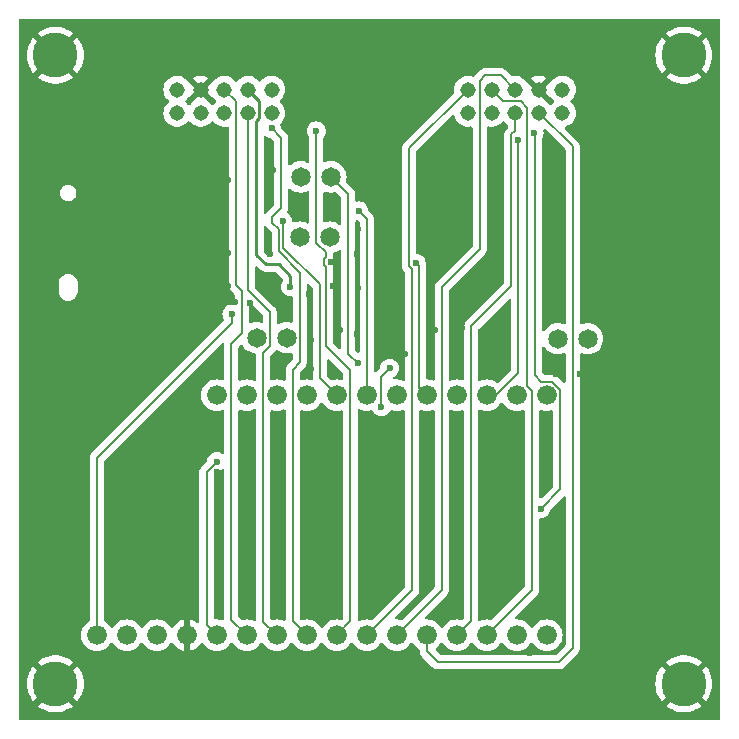
<source format=gbr>
%TF.GenerationSoftware,KiCad,Pcbnew,8.0.1-rc2*%
%TF.CreationDate,2025-04-23T09:22:46+02:00*%
%TF.ProjectId,feather_mainboard,66656174-6865-4725-9f6d-61696e626f61,1*%
%TF.SameCoordinates,Original*%
%TF.FileFunction,Copper,L2,Bot*%
%TF.FilePolarity,Positive*%
%FSLAX46Y46*%
G04 Gerber Fmt 4.6, Leading zero omitted, Abs format (unit mm)*
G04 Created by KiCad (PCBNEW 8.0.1-rc2) date 2025-04-23 09:22:46*
%MOMM*%
%LPD*%
G01*
G04 APERTURE LIST*
%TA.AperFunction,ComponentPad*%
%ADD10C,1.676400*%
%TD*%
%TA.AperFunction,ComponentPad*%
%ADD11C,3.800000*%
%TD*%
%TA.AperFunction,ComponentPad*%
%ADD12C,1.650000*%
%TD*%
%TA.AperFunction,ComponentPad*%
%ADD13C,1.308000*%
%TD*%
%TA.AperFunction,ViaPad*%
%ADD14C,0.600000*%
%TD*%
%TA.AperFunction,Conductor*%
%ADD15C,0.250000*%
%TD*%
%TA.AperFunction,Conductor*%
%ADD16C,0.200000*%
%TD*%
G04 APERTURE END LIST*
D10*
%TO.P,U1,1,Reset*%
%TO.N,/Microcontroller/Reset*%
X114900000Y-125900000D03*
%TO.P,U1,2,3V3*%
%TO.N,VCC*%
X117440000Y-125900000D03*
%TO.P,U1,3,3V3*%
X119980000Y-125900000D03*
%TO.P,U1,4,GND*%
%TO.N,GND*%
X122520000Y-125900000D03*
%TO.P,U1,5,A0*%
%TO.N,/Enable Pin/Enable Input*%
X125060000Y-125900000D03*
%TO.P,U1,6,A1*%
%TO.N,/Daughterboard Connector/Button_1*%
X127600000Y-125900000D03*
%TO.P,U1,7,A2*%
%TO.N,/Daughterboard Connector/Button_2*%
X130140000Y-125900000D03*
%TO.P,U1,8,A3*%
%TO.N,/Daughterboard Connector/Button_3*%
X132680000Y-125900000D03*
%TO.P,U1,9,A4*%
%TO.N,/Daughterboard Connector/Button_4*%
X135220000Y-125900000D03*
%TO.P,U1,10,A5*%
%TO.N,/Display Ports/DISPLAY_BUSY*%
X137760000Y-125900000D03*
%TO.P,U1,11,SCK*%
%TO.N,/Display Ports/DISPLAY_SCLK*%
X140300000Y-125900000D03*
%TO.P,U1,12,MOSI*%
%TO.N,/Display Ports/DISPLAY_MOSI{slash}DIN*%
X142840000Y-125900000D03*
%TO.P,U1,13,MISO*%
%TO.N,/Display Ports/DISPLAY_CS*%
X145380000Y-125900000D03*
%TO.P,U1,14,RX*%
%TO.N,/Display Ports/DISPLAY_DC*%
X147920000Y-125900000D03*
%TO.P,U1,15,TX*%
%TO.N,/Display Ports/DISPLAY_RST*%
X150460000Y-125900000D03*
%TO.P,U1,16,TXD0*%
%TO.N,unconnected-(U1-TXD0-Pad16)*%
X153000000Y-125900000D03*
%TO.P,U1,17,VBAT*%
%TO.N,unconnected-(U1-VBAT-Pad17)*%
X125060000Y-105580000D03*
%TO.P,U1,18,EN*%
%TO.N,unconnected-(U1-EN-Pad18)*%
X127600000Y-105580000D03*
%TO.P,U1,19,VBUS*%
%TO.N,unconnected-(U1-VBUS-Pad19)*%
X130140000Y-105580000D03*
%TO.P,U1,20,D13*%
%TO.N,/MicroSD-Card Adapter/SD_MOSI{slash}CMD*%
X132680000Y-105580000D03*
%TO.P,U1,21,D12*%
%TO.N,/MicroSD-Card Adapter/SD_CLK*%
X135220000Y-105580000D03*
%TO.P,U1,22,D11*%
%TO.N,/MicroSD-Card Adapter/SD_MISO{slash}DAT0*%
X137760000Y-105580000D03*
%TO.P,U1,23,D10*%
%TO.N,/MicroSD-Card Adapter/SD_CS{slash}DAT3*%
X140300000Y-105580000D03*
%TO.P,U1,24,D9*%
%TO.N,/MicroSD-Card Adapter/SD_DAT2*%
X142840000Y-105580000D03*
%TO.P,U1,25,D6*%
%TO.N,/MicroSD-Card Adapter/SD_DAT1*%
X145380000Y-105580000D03*
%TO.P,U1,26,D5*%
%TO.N,/MicroSD-Card Adapter/SD_CD*%
X147920000Y-105580000D03*
%TO.P,U1,27,SCL*%
%TO.N,/IIC Connector/SCL*%
X150460000Y-105580000D03*
%TO.P,U1,28,SDA*%
%TO.N,/IIC Connector/SDA*%
X153000000Y-105580000D03*
%TD*%
D11*
%TO.P,H2,1,1*%
%TO.N,GND*%
X111400000Y-76800000D03*
%TD*%
%TO.P,H3,1,1*%
%TO.N,GND*%
X111400000Y-130000000D03*
%TD*%
D12*
%TO.P,J4,1*%
%TO.N,Net-(J6-DAT2)*%
X132080000Y-92200000D03*
%TO.P,J4,2*%
%TO.N,/MicroSD-Card Adapter/SD_DAT2*%
X134620000Y-92200000D03*
%TD*%
D13*
%TO.P,J3,1*%
%TO.N,unconnected-(J3-Pad1)*%
X146325000Y-81700000D03*
%TO.P,J3,2*%
%TO.N,/Display Ports/DISPLAY_BUSY*%
X146325000Y-79700000D03*
%TO.P,J3,3*%
%TO.N,/Display Ports/DISPLAY_RST*%
X148325000Y-81700000D03*
%TO.P,J3,4*%
%TO.N,/Display Ports/DISPLAY_DC*%
X148325000Y-79700000D03*
%TO.P,J3,5*%
%TO.N,/Display Ports/DISPLAY_CS*%
X150325000Y-81700000D03*
%TO.P,J3,6*%
%TO.N,/Display Ports/DISPLAY_SCLK*%
X150325000Y-79700000D03*
%TO.P,J3,7*%
%TO.N,/Display Ports/DISPLAY_MOSI{slash}DIN*%
X152325000Y-81700000D03*
%TO.P,J3,8*%
%TO.N,GND*%
X152325000Y-79700000D03*
%TO.P,J3,9*%
%TO.N,Enable VCC*%
X154325000Y-81700000D03*
%TO.P,J3,10*%
%TO.N,unconnected-(J3-Pad10)*%
X154325000Y-79700000D03*
%TD*%
D12*
%TO.P,J1,1*%
%TO.N,Net-(J1-Pad1)*%
X128430000Y-100710000D03*
%TO.P,J1,2*%
%TO.N,GND*%
X130970000Y-100710000D03*
%TD*%
%TO.P,J2,1*%
%TO.N,Net-(J2-Pad1)*%
X153930000Y-100800000D03*
%TO.P,J2,2*%
%TO.N,Net-(J2-Pad2)*%
X156470000Y-100800000D03*
%TD*%
%TO.P,J5,1*%
%TO.N,Net-(J6-DAT1)*%
X132180000Y-87100000D03*
%TO.P,J5,2*%
%TO.N,/MicroSD-Card Adapter/SD_DAT1*%
X134720000Y-87100000D03*
%TD*%
D13*
%TO.P,J7,1*%
%TO.N,unconnected-(J7-Pad1)*%
X121700000Y-81700000D03*
%TO.P,J7,2*%
%TO.N,unconnected-(J7-Pad2)*%
X121700000Y-79700000D03*
%TO.P,J7,3*%
%TO.N,/Daughterboard Connector/Button_4*%
X123700000Y-81700000D03*
%TO.P,J7,4*%
%TO.N,GND*%
X123700000Y-79700000D03*
%TO.P,J7,5*%
%TO.N,/Daughterboard Connector/Button_3*%
X125700000Y-81700000D03*
%TO.P,J7,6*%
%TO.N,/Daughterboard Connector/Button_1*%
X125700000Y-79700000D03*
%TO.P,J7,7*%
%TO.N,/Daughterboard Connector/Button_2*%
X127700000Y-81700000D03*
%TO.P,J7,8*%
%TO.N,VCC*%
X127700000Y-79700000D03*
%TO.P,J7,9*%
%TO.N,unconnected-(J7-Pad9)*%
X129700000Y-81700000D03*
%TO.P,J7,10*%
%TO.N,unconnected-(J7-Pad10)*%
X129700000Y-79700000D03*
%TD*%
D11*
%TO.P,H1,1,1*%
%TO.N,GND*%
X164600000Y-76800000D03*
%TD*%
%TO.P,H4,1,1*%
%TO.N,GND*%
X164600000Y-130000000D03*
%TD*%
D14*
%TO.N,VCC*%
X131300000Y-96400000D03*
%TO.N,GND*%
X138500000Y-108600000D03*
X125100000Y-112100000D03*
X161600000Y-109500000D03*
X130700000Y-97700000D03*
X144900000Y-93900000D03*
X132700000Y-77200000D03*
X134900000Y-96300000D03*
X157975000Y-81575000D03*
X148800000Y-115700000D03*
X157400000Y-130000000D03*
X142900000Y-121600000D03*
X117400000Y-84300000D03*
X127200000Y-107400000D03*
X161600000Y-115000000D03*
X153100000Y-83600000D03*
X148700000Y-84700000D03*
X155800000Y-103800000D03*
X134700000Y-103200000D03*
X112400000Y-115200000D03*
X129600000Y-84700000D03*
X141000000Y-102075000D03*
X153000000Y-111400000D03*
X132900000Y-97000000D03*
X161600000Y-122500000D03*
X117400000Y-103100000D03*
X127200000Y-103700000D03*
X134100000Y-129300000D03*
X123000000Y-119300000D03*
X149100000Y-112600000D03*
X111200000Y-93100000D03*
X138800000Y-93600000D03*
X145500000Y-120200000D03*
X127900000Y-97800000D03*
X145800000Y-99900000D03*
X148900000Y-118400000D03*
X143500000Y-100100000D03*
X140100000Y-88700000D03*
X133000000Y-100900000D03*
X135500000Y-100100000D03*
X134300000Y-117700000D03*
X120400000Y-108600000D03*
X148900000Y-99900000D03*
X148800000Y-121500000D03*
X130500000Y-117900000D03*
X147700000Y-103600000D03*
X157000000Y-107700000D03*
X117600000Y-115900000D03*
X144600000Y-83100000D03*
X153800000Y-119000000D03*
X125200000Y-90100000D03*
X146400000Y-96900000D03*
X130100000Y-102900000D03*
X151600000Y-130000000D03*
X133161588Y-80602041D03*
X139055545Y-118232949D03*
X137000000Y-91500000D03*
X111900000Y-81900000D03*
X157600000Y-118500000D03*
X161600000Y-102100000D03*
X140000000Y-81800000D03*
X133900000Y-108500000D03*
X153700000Y-94900000D03*
X137000000Y-88700000D03*
X137600000Y-76400000D03*
X137000000Y-96500000D03*
X151600000Y-127400000D03*
X133900000Y-106800000D03*
X151100000Y-76800000D03*
X118100000Y-77300000D03*
X136900000Y-100400000D03*
X134700000Y-94300000D03*
X156300000Y-75700000D03*
X126000000Y-93500000D03*
X161600000Y-83100000D03*
X134900000Y-88900000D03*
X150800000Y-109800000D03*
X122500000Y-130000000D03*
X157200000Y-104000000D03*
X147800000Y-94700000D03*
X134100000Y-122900000D03*
X137606596Y-79390228D03*
X148700000Y-83200000D03*
X117400000Y-88900000D03*
X117400000Y-93100000D03*
X129600000Y-93600000D03*
X125300000Y-120500000D03*
X144300000Y-75800000D03*
X117400000Y-97400000D03*
X130400000Y-110500000D03*
X136900000Y-93600000D03*
X121500000Y-123700000D03*
X126700000Y-77000000D03*
X126000000Y-96300000D03*
X145200000Y-110100000D03*
X148600000Y-87400000D03*
X158100000Y-88300000D03*
X142900000Y-129300000D03*
X153700000Y-98800000D03*
X112400000Y-108100000D03*
X158800000Y-92600000D03*
X127600000Y-121100000D03*
X133000000Y-103400000D03*
X138200000Y-84800000D03*
X144700000Y-88700000D03*
X129500000Y-89500000D03*
X126600000Y-97700000D03*
X153771442Y-88400884D03*
X117200000Y-130000000D03*
X161600000Y-96300000D03*
X139800000Y-100100000D03*
X132100000Y-88900000D03*
X126000000Y-87400000D03*
X127600000Y-110600000D03*
X129800000Y-86500000D03*
X147400000Y-109800000D03*
X112400000Y-121700000D03*
X142900000Y-109900000D03*
X145300000Y-103400000D03*
X118128734Y-81085024D03*
X153800000Y-103800000D03*
%TO.N,/Microcontroller/Reset*%
X126349265Y-98700735D03*
%TO.N,/Enable Pin/Enable Input*%
X139700000Y-103300000D03*
X125060000Y-111200000D03*
X139000000Y-106558900D03*
%TO.N,/MicroSD-Card Adapter/SD_DAT2*%
X141938100Y-94409100D03*
%TO.N,/MicroSD-Card Adapter/SD_CD*%
X150601600Y-84000000D03*
%TO.N,/MicroSD-Card Adapter/SD_CLK*%
X130658058Y-90875000D03*
%TO.N,/MicroSD-Card Adapter/SD_MISO{slash}DAT0*%
X137096200Y-89970300D03*
%TO.N,/MicroSD-Card Adapter/SD_DAT1*%
X137000000Y-102868500D03*
%TO.N,/Daughterboard Connector/Button_3*%
X129700000Y-83000000D03*
%TO.N,/Display Ports/DISPLAY_RST*%
X151926500Y-83400000D03*
X152500000Y-115200000D03*
%TO.N,/Daughterboard Connector/Button_4*%
X133500000Y-83200000D03*
%TD*%
D15*
%TO.N,VCC*%
X128400000Y-93700000D02*
X128400000Y-82384516D01*
X130300000Y-94500000D02*
X129200000Y-94500000D01*
X129200000Y-94500000D02*
X128400000Y-93700000D01*
X128679000Y-80679000D02*
X127700000Y-79700000D01*
X128400000Y-82384516D02*
X128679000Y-82105516D01*
X131300000Y-96400000D02*
X131300000Y-95500000D01*
X128679000Y-82105516D02*
X128679000Y-80679000D01*
X131300000Y-95500000D02*
X130300000Y-94500000D01*
D16*
%TO.N,/Microcontroller/Reset*%
X126349265Y-98700735D02*
X126349265Y-99450735D01*
X114900000Y-110900000D02*
X114900000Y-125900000D01*
X126349265Y-99450735D02*
X114900000Y-110900000D01*
%TO.N,/Display Ports/DISPLAY_BUSY*%
X141600000Y-94921800D02*
X141600000Y-122060000D01*
X146325000Y-79700000D02*
X141336400Y-84688600D01*
X141600000Y-122060000D02*
X137760000Y-125900000D01*
X141336400Y-94658200D02*
X141600000Y-94921800D01*
X141336400Y-84688600D02*
X141336400Y-94658200D01*
%TO.N,/Enable Pin/Enable Input*%
X139000000Y-104000000D02*
X139700000Y-103300000D01*
X124200000Y-125040000D02*
X125060000Y-125900000D01*
X124200000Y-112060000D02*
X124200000Y-125040000D01*
X125060000Y-111200000D02*
X124200000Y-112060000D01*
X139000000Y-106558900D02*
X139000000Y-104000000D01*
%TO.N,/Daughterboard Connector/Button_2*%
X129558600Y-98558600D02*
X127700000Y-96700000D01*
X130140000Y-125900000D02*
X129000100Y-124760100D01*
X129000100Y-101989900D02*
X129558600Y-101431400D01*
X129000100Y-124760100D02*
X129000100Y-101989900D01*
X129558600Y-101431400D02*
X129558600Y-98558600D01*
X127700000Y-96700000D02*
X127700000Y-81700000D01*
%TO.N,/MicroSD-Card Adapter/SD_DAT2*%
X142200000Y-104940000D02*
X142840000Y-105580000D01*
X141938100Y-94409100D02*
X142200000Y-94671000D01*
X142200000Y-94671000D02*
X142200000Y-104940000D01*
%TO.N,/MicroSD-Card Adapter/SD_CD*%
X150600000Y-103700000D02*
X148720000Y-105580000D01*
X150600000Y-84001600D02*
X150600000Y-103700000D01*
X150601600Y-84000000D02*
X150600000Y-84001600D01*
X148720000Y-105580000D02*
X147920000Y-105580000D01*
%TO.N,/MicroSD-Card Adapter/SD_CLK*%
X130700000Y-93101600D02*
X133800000Y-96201600D01*
X130658058Y-90875000D02*
X130700000Y-90916942D01*
X130700000Y-90916942D02*
X130700000Y-93101600D01*
X133800000Y-104160000D02*
X135220000Y-105580000D01*
X133800000Y-96201600D02*
X133800000Y-104160000D01*
%TO.N,/MicroSD-Card Adapter/SD_MISO{slash}DAT0*%
X137760000Y-105580000D02*
X137760000Y-90634100D01*
X137760000Y-90634100D02*
X137096200Y-89970300D01*
%TO.N,/MicroSD-Card Adapter/SD_DAT1*%
X136200000Y-102068500D02*
X136200000Y-88580000D01*
X136200000Y-88580000D02*
X134720000Y-87100000D01*
X137000000Y-102868500D02*
X136200000Y-102068500D01*
%TO.N,/Display Ports/DISPLAY_CS*%
X150325000Y-83175000D02*
X150001600Y-83498400D01*
X150325000Y-81700000D02*
X150325000Y-83175000D01*
X150001600Y-96350800D02*
X146600000Y-99752400D01*
X146600000Y-124680000D02*
X145380000Y-125900000D01*
X150001600Y-83498400D02*
X150001600Y-96350800D01*
X146600000Y-99752400D02*
X146600000Y-124680000D01*
%TO.N,/Daughterboard Connector/Button_3*%
X129775200Y-90471071D02*
X129775200Y-90968129D01*
X131499500Y-124719500D02*
X132680000Y-125900000D01*
X132095000Y-95195000D02*
X132095000Y-102811200D01*
X131499500Y-103406700D02*
X131499500Y-124719500D01*
X132095000Y-102811200D02*
X131499500Y-103406700D01*
X129775200Y-90968129D02*
X130300000Y-91492929D01*
X130500000Y-83800000D02*
X130500000Y-89746271D01*
X130300000Y-91492929D02*
X130300000Y-93400000D01*
X130300000Y-93400000D02*
X132095000Y-95195000D01*
X129700000Y-83000000D02*
X130500000Y-83800000D01*
X130500000Y-89746271D02*
X129775200Y-90471071D01*
%TO.N,/Display Ports/DISPLAY_SCLK*%
X144110000Y-122090000D02*
X144110000Y-96451200D01*
X140300000Y-125900000D02*
X144110000Y-122090000D01*
X144110000Y-96451200D02*
X147325000Y-93236200D01*
X147325000Y-93236200D02*
X147325000Y-78975000D01*
X147800000Y-78500000D02*
X149125000Y-78500000D01*
X147325000Y-78975000D02*
X147800000Y-78500000D01*
X149125000Y-78500000D02*
X150325000Y-79700000D01*
%TO.N,/Display Ports/DISPLAY_MOSI{slash}DIN*%
X143800000Y-128200000D02*
X142840000Y-127240000D01*
X155200000Y-84517024D02*
X155200000Y-127000000D01*
X155200000Y-127000000D02*
X154000000Y-128200000D01*
X154000000Y-128200000D02*
X143800000Y-128200000D01*
X152382976Y-81700000D02*
X155200000Y-84517024D01*
X142840000Y-127240000D02*
X142840000Y-125900000D01*
%TO.N,/Display Ports/DISPLAY_DC*%
X148325000Y-79700000D02*
X149325000Y-80700000D01*
X150800000Y-80700000D02*
X151326500Y-81226500D01*
X151326500Y-104836842D02*
X151750000Y-105260342D01*
X151750000Y-122070000D02*
X147920000Y-125900000D01*
X149325000Y-80700000D02*
X150800000Y-80700000D01*
X151326500Y-81226500D02*
X151326500Y-104836842D01*
X151750000Y-105260342D02*
X151750000Y-122070000D01*
%TO.N,/Display Ports/DISPLAY_RST*%
X152000000Y-103900000D02*
X152541800Y-104441800D01*
X152541800Y-104441800D02*
X153471458Y-104441800D01*
X152000000Y-83473500D02*
X152000000Y-103900000D01*
X151926500Y-83400000D02*
X152000000Y-83473500D01*
X153471458Y-104441800D02*
X154138200Y-105108542D01*
X154138200Y-105108542D02*
X154138200Y-113561800D01*
X154138200Y-113561800D02*
X152500000Y-115200000D01*
%TO.N,/Daughterboard Connector/Button_4*%
X134300000Y-93470991D02*
X134300000Y-93851471D01*
X136381300Y-124738700D02*
X135220000Y-125900000D01*
X133500000Y-83200000D02*
X133495000Y-83205000D01*
X134100000Y-94548529D02*
X134300000Y-94748529D01*
X133495000Y-92665991D02*
X134300000Y-93470991D01*
X134300000Y-94748529D02*
X134300000Y-101406300D01*
X134100000Y-94051471D02*
X134100000Y-94548529D01*
X136381300Y-103487600D02*
X136381300Y-124738700D01*
X134300000Y-101406300D02*
X136381300Y-103487600D01*
X133495000Y-83205000D02*
X133495000Y-92665991D01*
X134300000Y-93851471D02*
X134100000Y-94051471D01*
%TO.N,/Daughterboard Connector/Button_1*%
X126300000Y-101246600D02*
X127200000Y-100346600D01*
X126700000Y-80700000D02*
X125700000Y-79700000D01*
X127200000Y-100346600D02*
X127200000Y-96782900D01*
X126700000Y-96282900D02*
X126700000Y-80700000D01*
X127200000Y-96782900D02*
X126700000Y-96282900D01*
X127600000Y-125900000D02*
X126300000Y-124600000D01*
X126300000Y-124600000D02*
X126300000Y-101246600D01*
%TD*%
%TA.AperFunction,Conductor*%
%TO.N,GND*%
G36*
X154518834Y-114132914D02*
G01*
X154574767Y-114174786D01*
X154599184Y-114240250D01*
X154599500Y-114249096D01*
X154599500Y-126699903D01*
X154579815Y-126766942D01*
X154563181Y-126787584D01*
X153787584Y-127563181D01*
X153726261Y-127596666D01*
X153699903Y-127599500D01*
X144100097Y-127599500D01*
X144033058Y-127579815D01*
X144012416Y-127563181D01*
X143617050Y-127167815D01*
X143583565Y-127106492D01*
X143588549Y-127036800D01*
X143630421Y-126980867D01*
X143633569Y-126978586D01*
X143703787Y-126929421D01*
X143869421Y-126763787D01*
X144003777Y-126571907D01*
X144003777Y-126571905D01*
X144006882Y-126567472D01*
X144008323Y-126568481D01*
X144053172Y-126525712D01*
X144121778Y-126512484D01*
X144186645Y-126538447D01*
X144212294Y-126568048D01*
X144213118Y-126567472D01*
X144216222Y-126571905D01*
X144216223Y-126571907D01*
X144350579Y-126763787D01*
X144516213Y-126929421D01*
X144708093Y-127063777D01*
X144920389Y-127162772D01*
X144920395Y-127162773D01*
X144920396Y-127162774D01*
X144970018Y-127176070D01*
X145146649Y-127223398D01*
X145333329Y-127239730D01*
X145379999Y-127243814D01*
X145380000Y-127243814D01*
X145380001Y-127243814D01*
X145418891Y-127240411D01*
X145613351Y-127223398D01*
X145839611Y-127162772D01*
X146051907Y-127063777D01*
X146243787Y-126929421D01*
X146409421Y-126763787D01*
X146543777Y-126571907D01*
X146543777Y-126571905D01*
X146546882Y-126567472D01*
X146548323Y-126568481D01*
X146593172Y-126525712D01*
X146661778Y-126512484D01*
X146726645Y-126538447D01*
X146752294Y-126568048D01*
X146753118Y-126567472D01*
X146756222Y-126571905D01*
X146756223Y-126571907D01*
X146890579Y-126763787D01*
X147056213Y-126929421D01*
X147248093Y-127063777D01*
X147460389Y-127162772D01*
X147460395Y-127162773D01*
X147460396Y-127162774D01*
X147510018Y-127176070D01*
X147686649Y-127223398D01*
X147873329Y-127239730D01*
X147919999Y-127243814D01*
X147920000Y-127243814D01*
X147920001Y-127243814D01*
X147958891Y-127240411D01*
X148153351Y-127223398D01*
X148379611Y-127162772D01*
X148591907Y-127063777D01*
X148783787Y-126929421D01*
X148949421Y-126763787D01*
X149083777Y-126571907D01*
X149083777Y-126571905D01*
X149086882Y-126567472D01*
X149088323Y-126568481D01*
X149133172Y-126525712D01*
X149201778Y-126512484D01*
X149266645Y-126538447D01*
X149292294Y-126568048D01*
X149293118Y-126567472D01*
X149296222Y-126571905D01*
X149296223Y-126571907D01*
X149430579Y-126763787D01*
X149596213Y-126929421D01*
X149788093Y-127063777D01*
X150000389Y-127162772D01*
X150000395Y-127162773D01*
X150000396Y-127162774D01*
X150050018Y-127176070D01*
X150226649Y-127223398D01*
X150413329Y-127239730D01*
X150459999Y-127243814D01*
X150460000Y-127243814D01*
X150460001Y-127243814D01*
X150498891Y-127240411D01*
X150693351Y-127223398D01*
X150919611Y-127162772D01*
X151131907Y-127063777D01*
X151323787Y-126929421D01*
X151489421Y-126763787D01*
X151623777Y-126571907D01*
X151623777Y-126571905D01*
X151626882Y-126567472D01*
X151628323Y-126568481D01*
X151673172Y-126525712D01*
X151741778Y-126512484D01*
X151806645Y-126538447D01*
X151832294Y-126568048D01*
X151833118Y-126567472D01*
X151836222Y-126571905D01*
X151836223Y-126571907D01*
X151970579Y-126763787D01*
X152136213Y-126929421D01*
X152328093Y-127063777D01*
X152540389Y-127162772D01*
X152540395Y-127162773D01*
X152540396Y-127162774D01*
X152590018Y-127176070D01*
X152766649Y-127223398D01*
X152953329Y-127239730D01*
X152999999Y-127243814D01*
X153000000Y-127243814D01*
X153000001Y-127243814D01*
X153038891Y-127240411D01*
X153233351Y-127223398D01*
X153459611Y-127162772D01*
X153671907Y-127063777D01*
X153863787Y-126929421D01*
X154029421Y-126763787D01*
X154163777Y-126571907D01*
X154262772Y-126359611D01*
X154323398Y-126133351D01*
X154343814Y-125900000D01*
X154323398Y-125666649D01*
X154262772Y-125440389D01*
X154163777Y-125228093D01*
X154029421Y-125036213D01*
X153863787Y-124870579D01*
X153671907Y-124736223D01*
X153459611Y-124637228D01*
X153459607Y-124637227D01*
X153459603Y-124637225D01*
X153233356Y-124576603D01*
X153233346Y-124576601D01*
X153000001Y-124556186D01*
X152999999Y-124556186D01*
X152766653Y-124576601D01*
X152766643Y-124576603D01*
X152540396Y-124637225D01*
X152540389Y-124637227D01*
X152540389Y-124637228D01*
X152328093Y-124736223D01*
X152136213Y-124870579D01*
X152136211Y-124870580D01*
X152136208Y-124870583D01*
X151970583Y-125036208D01*
X151970580Y-125036211D01*
X151970579Y-125036213D01*
X151912571Y-125119057D01*
X151833118Y-125232528D01*
X151831680Y-125231521D01*
X151786810Y-125274297D01*
X151718202Y-125287513D01*
X151653340Y-125261540D01*
X151627702Y-125231953D01*
X151626882Y-125232528D01*
X151623777Y-125228093D01*
X151489421Y-125036213D01*
X151323787Y-124870579D01*
X151131907Y-124736223D01*
X150919611Y-124637228D01*
X150919607Y-124637227D01*
X150919603Y-124637225D01*
X150693356Y-124576603D01*
X150693346Y-124576601D01*
X150460001Y-124556186D01*
X150459995Y-124556186D01*
X150419171Y-124559757D01*
X150350672Y-124545989D01*
X150300489Y-124497373D01*
X150284557Y-124429344D01*
X150307934Y-124363501D01*
X150320679Y-124348554D01*
X152108506Y-122560728D01*
X152108511Y-122560724D01*
X152118714Y-122550520D01*
X152118716Y-122550520D01*
X152230520Y-122438716D01*
X152298030Y-122321784D01*
X152309577Y-122301785D01*
X152350501Y-122149057D01*
X152350501Y-121990943D01*
X152350501Y-121983348D01*
X152350500Y-121983330D01*
X152350500Y-116127476D01*
X152370185Y-116060437D01*
X152422989Y-116014682D01*
X152488385Y-116004256D01*
X152500000Y-116005565D01*
X152500001Y-116005564D01*
X152500002Y-116005565D01*
X152500004Y-116005565D01*
X152679249Y-115985369D01*
X152679252Y-115985368D01*
X152679255Y-115985368D01*
X152849522Y-115925789D01*
X153002262Y-115829816D01*
X153129816Y-115702262D01*
X153225789Y-115549522D01*
X153285368Y-115379255D01*
X153295161Y-115292329D01*
X153322226Y-115227918D01*
X153330690Y-115218543D01*
X154387820Y-114161413D01*
X154449142Y-114127930D01*
X154518834Y-114132914D01*
G37*
%TD.AperFunction*%
%TA.AperFunction,Conductor*%
G36*
X125618833Y-101132916D02*
G01*
X125674766Y-101174788D01*
X125699183Y-101240252D01*
X125699499Y-101249098D01*
X125699499Y-101335646D01*
X125699500Y-101335659D01*
X125699500Y-104206470D01*
X125679815Y-104273509D01*
X125627011Y-104319264D01*
X125557853Y-104329208D01*
X125523104Y-104318856D01*
X125519619Y-104317231D01*
X125519603Y-104317225D01*
X125293356Y-104256603D01*
X125293346Y-104256601D01*
X125060001Y-104236186D01*
X125059999Y-104236186D01*
X124826653Y-104256601D01*
X124826643Y-104256603D01*
X124600396Y-104317225D01*
X124600389Y-104317227D01*
X124600389Y-104317228D01*
X124388093Y-104416223D01*
X124196213Y-104550579D01*
X124196211Y-104550580D01*
X124196208Y-104550583D01*
X124030583Y-104716208D01*
X123896223Y-104908093D01*
X123797229Y-105120387D01*
X123797225Y-105120396D01*
X123736603Y-105346643D01*
X123736601Y-105346653D01*
X123716186Y-105579999D01*
X123716186Y-105580000D01*
X123736601Y-105813346D01*
X123736603Y-105813356D01*
X123797225Y-106039603D01*
X123797227Y-106039607D01*
X123797228Y-106039611D01*
X123896223Y-106251907D01*
X124030579Y-106443787D01*
X124196213Y-106609421D01*
X124388093Y-106743777D01*
X124600389Y-106842772D01*
X124600395Y-106842773D01*
X124600396Y-106842774D01*
X124654041Y-106857148D01*
X124826649Y-106903398D01*
X125013329Y-106919730D01*
X125059999Y-106923814D01*
X125060000Y-106923814D01*
X125060001Y-106923814D01*
X125098891Y-106920411D01*
X125293351Y-106903398D01*
X125519611Y-106842772D01*
X125523093Y-106841147D01*
X125592170Y-106830655D01*
X125655955Y-106859173D01*
X125694195Y-106917649D01*
X125699500Y-106953529D01*
X125699500Y-110432055D01*
X125679815Y-110499094D01*
X125627011Y-110544849D01*
X125557853Y-110554793D01*
X125509528Y-110537049D01*
X125409523Y-110474211D01*
X125239254Y-110414631D01*
X125239249Y-110414630D01*
X125060004Y-110394435D01*
X125059996Y-110394435D01*
X124880750Y-110414630D01*
X124880745Y-110414631D01*
X124710476Y-110474211D01*
X124557737Y-110570184D01*
X124430184Y-110697737D01*
X124334210Y-110850478D01*
X124274630Y-111020750D01*
X124264837Y-111107668D01*
X124237770Y-111172082D01*
X124229298Y-111181465D01*
X123831286Y-111579478D01*
X123719481Y-111691282D01*
X123719480Y-111691284D01*
X123691768Y-111739283D01*
X123640423Y-111828215D01*
X123599499Y-111980943D01*
X123599499Y-111980945D01*
X123599499Y-112149046D01*
X123599500Y-112149059D01*
X123599500Y-124787636D01*
X123579815Y-124854675D01*
X123527011Y-124900430D01*
X123457853Y-124910374D01*
X123394297Y-124881349D01*
X123387819Y-124875317D01*
X123383465Y-124870963D01*
X123191660Y-124736660D01*
X123191656Y-124736658D01*
X122979443Y-124637701D01*
X122770000Y-124581580D01*
X122770000Y-125466988D01*
X122712993Y-125434075D01*
X122585826Y-125400000D01*
X122454174Y-125400000D01*
X122327007Y-125434075D01*
X122270000Y-125466988D01*
X122270000Y-124581580D01*
X122269999Y-124581580D01*
X122060556Y-124637701D01*
X121848343Y-124736658D01*
X121848339Y-124736660D01*
X121656534Y-124870963D01*
X121490963Y-125036534D01*
X121353553Y-125232778D01*
X121352189Y-125231823D01*
X121307069Y-125274814D01*
X121238458Y-125288012D01*
X121173602Y-125262021D01*
X121147614Y-125232015D01*
X121146882Y-125232528D01*
X121143777Y-125228093D01*
X121009421Y-125036213D01*
X120843787Y-124870579D01*
X120651907Y-124736223D01*
X120439611Y-124637228D01*
X120439607Y-124637227D01*
X120439603Y-124637225D01*
X120213356Y-124576603D01*
X120213346Y-124576601D01*
X119980001Y-124556186D01*
X119979999Y-124556186D01*
X119746653Y-124576601D01*
X119746643Y-124576603D01*
X119520396Y-124637225D01*
X119520389Y-124637227D01*
X119520389Y-124637228D01*
X119308093Y-124736223D01*
X119116213Y-124870579D01*
X119116211Y-124870580D01*
X119116208Y-124870583D01*
X118950583Y-125036208D01*
X118950580Y-125036211D01*
X118950579Y-125036213D01*
X118892571Y-125119057D01*
X118813118Y-125232528D01*
X118811680Y-125231521D01*
X118766810Y-125274297D01*
X118698202Y-125287513D01*
X118633340Y-125261540D01*
X118607702Y-125231953D01*
X118606882Y-125232528D01*
X118603777Y-125228093D01*
X118469421Y-125036213D01*
X118303787Y-124870579D01*
X118111907Y-124736223D01*
X117899611Y-124637228D01*
X117899607Y-124637227D01*
X117899603Y-124637225D01*
X117673356Y-124576603D01*
X117673346Y-124576601D01*
X117440001Y-124556186D01*
X117439999Y-124556186D01*
X117206653Y-124576601D01*
X117206643Y-124576603D01*
X116980396Y-124637225D01*
X116980389Y-124637227D01*
X116980389Y-124637228D01*
X116768093Y-124736223D01*
X116576213Y-124870579D01*
X116576211Y-124870580D01*
X116576208Y-124870583D01*
X116410583Y-125036208D01*
X116410580Y-125036211D01*
X116410579Y-125036213D01*
X116352571Y-125119057D01*
X116273118Y-125232528D01*
X116271680Y-125231521D01*
X116226810Y-125274297D01*
X116158202Y-125287513D01*
X116093340Y-125261540D01*
X116067702Y-125231953D01*
X116066882Y-125232528D01*
X116063777Y-125228093D01*
X115929421Y-125036213D01*
X115763787Y-124870579D01*
X115571907Y-124736223D01*
X115571904Y-124736222D01*
X115571902Y-124736220D01*
X115567217Y-124733515D01*
X115567789Y-124732522D01*
X115519650Y-124690129D01*
X115500500Y-124623928D01*
X115500500Y-111200097D01*
X115520185Y-111133058D01*
X115536819Y-111112416D01*
X125487818Y-101161417D01*
X125549141Y-101127932D01*
X125618833Y-101132916D01*
G37*
%TD.AperFunction*%
%TA.AperFunction,Conductor*%
G36*
X134026645Y-106218447D02*
G01*
X134052294Y-106248048D01*
X134053118Y-106247472D01*
X134056222Y-106251905D01*
X134056223Y-106251907D01*
X134190579Y-106443787D01*
X134356213Y-106609421D01*
X134548093Y-106743777D01*
X134760389Y-106842772D01*
X134760395Y-106842773D01*
X134760396Y-106842774D01*
X134814041Y-106857148D01*
X134986649Y-106903398D01*
X135173329Y-106919730D01*
X135219999Y-106923814D01*
X135220000Y-106923814D01*
X135220001Y-106923814D01*
X135258891Y-106920411D01*
X135453351Y-106903398D01*
X135624708Y-106857483D01*
X135694556Y-106859146D01*
X135752419Y-106898308D01*
X135779923Y-106962537D01*
X135780800Y-106977258D01*
X135780800Y-124438601D01*
X135761115Y-124505640D01*
X135744481Y-124526282D01*
X135693895Y-124576868D01*
X135632572Y-124610353D01*
X135574121Y-124608962D01*
X135453356Y-124576603D01*
X135453346Y-124576601D01*
X135220001Y-124556186D01*
X135219999Y-124556186D01*
X134986653Y-124576601D01*
X134986643Y-124576603D01*
X134760396Y-124637225D01*
X134760389Y-124637227D01*
X134760389Y-124637228D01*
X134548093Y-124736223D01*
X134356213Y-124870579D01*
X134356211Y-124870580D01*
X134356208Y-124870583D01*
X134190583Y-125036208D01*
X134190580Y-125036211D01*
X134190579Y-125036213D01*
X134132571Y-125119057D01*
X134053118Y-125232528D01*
X134051680Y-125231521D01*
X134006810Y-125274297D01*
X133938202Y-125287513D01*
X133873340Y-125261540D01*
X133847702Y-125231953D01*
X133846882Y-125232528D01*
X133843777Y-125228093D01*
X133709421Y-125036213D01*
X133543787Y-124870579D01*
X133351907Y-124736223D01*
X133139611Y-124637228D01*
X133139607Y-124637227D01*
X133139603Y-124637225D01*
X132913356Y-124576603D01*
X132913346Y-124576601D01*
X132680001Y-124556186D01*
X132679999Y-124556186D01*
X132446653Y-124576601D01*
X132446643Y-124576603D01*
X132325877Y-124608962D01*
X132256027Y-124607299D01*
X132206103Y-124576868D01*
X132136319Y-124507084D01*
X132102834Y-124445761D01*
X132100000Y-124419403D01*
X132100000Y-106972114D01*
X132119685Y-106905075D01*
X132172489Y-106859320D01*
X132241647Y-106849376D01*
X132256093Y-106852339D01*
X132296691Y-106863217D01*
X132446649Y-106903398D01*
X132633329Y-106919730D01*
X132679999Y-106923814D01*
X132680000Y-106923814D01*
X132680001Y-106923814D01*
X132718891Y-106920411D01*
X132913351Y-106903398D01*
X133139611Y-106842772D01*
X133351907Y-106743777D01*
X133543787Y-106609421D01*
X133709421Y-106443787D01*
X133843777Y-106251907D01*
X133843777Y-106251905D01*
X133846882Y-106247472D01*
X133848323Y-106248481D01*
X133893172Y-106205712D01*
X133961778Y-106192484D01*
X134026645Y-106218447D01*
G37*
%TD.AperFunction*%
%TA.AperFunction,Conductor*%
G36*
X144886900Y-106827156D02*
G01*
X144920389Y-106842772D01*
X144920394Y-106842773D01*
X144920396Y-106842774D01*
X144974041Y-106857148D01*
X145146649Y-106903398D01*
X145333329Y-106919730D01*
X145379999Y-106923814D01*
X145380000Y-106923814D01*
X145380001Y-106923814D01*
X145418891Y-106920411D01*
X145613351Y-106903398D01*
X145813994Y-106849636D01*
X145843407Y-106841755D01*
X145913257Y-106843418D01*
X145971119Y-106882581D01*
X145998623Y-106946809D01*
X145999500Y-106961530D01*
X145999500Y-124379902D01*
X145979815Y-124446941D01*
X145963185Y-124467578D01*
X145904482Y-124526282D01*
X145853895Y-124576869D01*
X145792572Y-124610353D01*
X145734121Y-124608962D01*
X145613356Y-124576603D01*
X145613346Y-124576601D01*
X145380001Y-124556186D01*
X145379999Y-124556186D01*
X145146653Y-124576601D01*
X145146643Y-124576603D01*
X144920396Y-124637225D01*
X144920389Y-124637227D01*
X144920389Y-124637228D01*
X144708093Y-124736223D01*
X144516213Y-124870579D01*
X144516211Y-124870580D01*
X144516208Y-124870583D01*
X144350583Y-125036208D01*
X144350580Y-125036211D01*
X144350579Y-125036213D01*
X144292571Y-125119057D01*
X144213118Y-125232528D01*
X144211680Y-125231521D01*
X144166810Y-125274297D01*
X144098202Y-125287513D01*
X144033340Y-125261540D01*
X144007702Y-125231953D01*
X144006882Y-125232528D01*
X144003777Y-125228093D01*
X143869421Y-125036213D01*
X143703787Y-124870579D01*
X143511907Y-124736223D01*
X143299611Y-124637228D01*
X143299607Y-124637227D01*
X143299603Y-124637225D01*
X143073356Y-124576603D01*
X143073346Y-124576601D01*
X142840001Y-124556186D01*
X142839995Y-124556186D01*
X142799171Y-124559757D01*
X142730672Y-124545989D01*
X142680489Y-124497373D01*
X142664557Y-124429344D01*
X142687934Y-124363501D01*
X142700677Y-124348556D01*
X144590520Y-122458716D01*
X144669577Y-122321784D01*
X144710501Y-122169057D01*
X144710501Y-122010942D01*
X144710501Y-122003347D01*
X144710500Y-122003329D01*
X144710500Y-106939539D01*
X144730185Y-106872500D01*
X144782989Y-106826745D01*
X144852147Y-106816801D01*
X144886900Y-106827156D01*
G37*
%TD.AperFunction*%
%TA.AperFunction,Conductor*%
G36*
X128356057Y-106784519D02*
G01*
X128394296Y-106842995D01*
X128399600Y-106878873D01*
X128399600Y-124601126D01*
X128379915Y-124668165D01*
X128327111Y-124713920D01*
X128257953Y-124723864D01*
X128223196Y-124713508D01*
X128059617Y-124637230D01*
X128059603Y-124637225D01*
X127833356Y-124576603D01*
X127833346Y-124576601D01*
X127600001Y-124556186D01*
X127599999Y-124556186D01*
X127366653Y-124576601D01*
X127366643Y-124576603D01*
X127245877Y-124608962D01*
X127176027Y-124607299D01*
X127126103Y-124576868D01*
X127035596Y-124486361D01*
X126936819Y-124387583D01*
X126903334Y-124326260D01*
X126900500Y-124299902D01*
X126900500Y-106925550D01*
X126920185Y-106858511D01*
X126972989Y-106812756D01*
X127042147Y-106802812D01*
X127076897Y-106813165D01*
X127140389Y-106842772D01*
X127140395Y-106842773D01*
X127140396Y-106842774D01*
X127194041Y-106857148D01*
X127366649Y-106903398D01*
X127553329Y-106919730D01*
X127599999Y-106923814D01*
X127600000Y-106923814D01*
X127600001Y-106923814D01*
X127638891Y-106920411D01*
X127833351Y-106903398D01*
X128059611Y-106842772D01*
X128223197Y-106766490D01*
X128292273Y-106755999D01*
X128356057Y-106784519D01*
G37*
%TD.AperFunction*%
%TA.AperFunction,Conductor*%
G36*
X137158200Y-106776468D02*
G01*
X137300389Y-106842772D01*
X137300395Y-106842773D01*
X137300396Y-106842774D01*
X137354041Y-106857148D01*
X137526649Y-106903398D01*
X137713329Y-106919730D01*
X137759999Y-106923814D01*
X137760000Y-106923814D01*
X137760001Y-106923814D01*
X137798891Y-106920411D01*
X137993351Y-106903398D01*
X138142640Y-106863396D01*
X138212487Y-106865059D01*
X138270350Y-106904221D01*
X138279724Y-106917198D01*
X138370182Y-107061160D01*
X138370184Y-107061162D01*
X138497738Y-107188716D01*
X138650478Y-107284689D01*
X138820745Y-107344268D01*
X138820750Y-107344269D01*
X138999996Y-107364465D01*
X139000000Y-107364465D01*
X139000004Y-107364465D01*
X139179249Y-107344269D01*
X139179252Y-107344268D01*
X139179255Y-107344268D01*
X139349522Y-107284689D01*
X139502262Y-107188716D01*
X139629816Y-107061162D01*
X139725789Y-106908422D01*
X139725790Y-106908418D01*
X139728919Y-106903439D01*
X139781253Y-106857148D01*
X139850307Y-106846499D01*
X139866005Y-106849635D01*
X140066649Y-106903398D01*
X140253329Y-106919730D01*
X140299999Y-106923814D01*
X140300000Y-106923814D01*
X140300001Y-106923814D01*
X140338891Y-106920411D01*
X140533351Y-106903398D01*
X140759611Y-106842772D01*
X140823098Y-106813167D01*
X140892172Y-106802676D01*
X140955956Y-106831195D01*
X140994196Y-106889671D01*
X140999500Y-106925550D01*
X140999500Y-121759902D01*
X140979815Y-121826941D01*
X140963181Y-121847583D01*
X138233895Y-124576868D01*
X138172572Y-124610353D01*
X138114121Y-124608962D01*
X137993356Y-124576603D01*
X137993346Y-124576601D01*
X137760001Y-124556186D01*
X137759999Y-124556186D01*
X137526653Y-124576601D01*
X137526643Y-124576603D01*
X137300396Y-124637225D01*
X137300382Y-124637230D01*
X137158204Y-124703529D01*
X137089127Y-124714021D01*
X137025343Y-124685501D01*
X136987104Y-124627024D01*
X136981800Y-124591147D01*
X136981800Y-106888852D01*
X137001485Y-106821813D01*
X137054289Y-106776058D01*
X137123447Y-106766114D01*
X137158200Y-106776468D01*
G37*
%TD.AperFunction*%
%TA.AperFunction,Conductor*%
G36*
X130855456Y-106803451D02*
G01*
X130893696Y-106861927D01*
X130899000Y-106897805D01*
X130899000Y-124582194D01*
X130879315Y-124649233D01*
X130826511Y-124694988D01*
X130757353Y-124704932D01*
X130722596Y-124694576D01*
X130599617Y-124637230D01*
X130599603Y-124637225D01*
X130373356Y-124576603D01*
X130373346Y-124576601D01*
X130140001Y-124556186D01*
X130139999Y-124556186D01*
X129906653Y-124576601D01*
X129906643Y-124576603D01*
X129785877Y-124608962D01*
X129716027Y-124607299D01*
X129666103Y-124576868D01*
X129636919Y-124547684D01*
X129603434Y-124486361D01*
X129600600Y-124460003D01*
X129600600Y-106982992D01*
X129620285Y-106915953D01*
X129673089Y-106870198D01*
X129742247Y-106860254D01*
X129756681Y-106863214D01*
X129906649Y-106903398D01*
X130093329Y-106919730D01*
X130139999Y-106923814D01*
X130140000Y-106923814D01*
X130140001Y-106923814D01*
X130178891Y-106920411D01*
X130373351Y-106903398D01*
X130599611Y-106842772D01*
X130722597Y-106785422D01*
X130791672Y-106774931D01*
X130855456Y-106803451D01*
G37*
%TD.AperFunction*%
%TA.AperFunction,Conductor*%
G36*
X149266645Y-106218447D02*
G01*
X149292294Y-106248048D01*
X149293118Y-106247472D01*
X149296222Y-106251905D01*
X149296223Y-106251907D01*
X149430579Y-106443787D01*
X149596213Y-106609421D01*
X149788093Y-106743777D01*
X150000389Y-106842772D01*
X150000395Y-106842773D01*
X150000396Y-106842774D01*
X150054041Y-106857148D01*
X150226649Y-106903398D01*
X150413329Y-106919730D01*
X150459999Y-106923814D01*
X150460000Y-106923814D01*
X150460001Y-106923814D01*
X150498891Y-106920411D01*
X150693351Y-106903398D01*
X150919611Y-106842772D01*
X150973098Y-106817830D01*
X151042171Y-106807339D01*
X151105956Y-106835858D01*
X151144196Y-106894334D01*
X151149500Y-106930213D01*
X151149500Y-121769902D01*
X151129815Y-121836941D01*
X151113181Y-121857583D01*
X148393895Y-124576868D01*
X148332572Y-124610353D01*
X148274121Y-124608962D01*
X148153356Y-124576603D01*
X148153346Y-124576601D01*
X147920001Y-124556186D01*
X147919999Y-124556186D01*
X147686653Y-124576601D01*
X147686643Y-124576603D01*
X147460396Y-124637225D01*
X147460382Y-124637230D01*
X147376904Y-124676157D01*
X147307827Y-124686649D01*
X147244043Y-124658129D01*
X147205804Y-124599652D01*
X147200500Y-124563775D01*
X147200500Y-106916224D01*
X147220185Y-106849185D01*
X147272989Y-106803430D01*
X147342147Y-106793486D01*
X147376899Y-106803840D01*
X147460389Y-106842772D01*
X147460394Y-106842773D01*
X147460396Y-106842774D01*
X147514041Y-106857148D01*
X147686649Y-106903398D01*
X147873329Y-106919730D01*
X147919999Y-106923814D01*
X147920000Y-106923814D01*
X147920001Y-106923814D01*
X147958891Y-106920411D01*
X148153351Y-106903398D01*
X148379611Y-106842772D01*
X148591907Y-106743777D01*
X148783787Y-106609421D01*
X148949421Y-106443787D01*
X149083777Y-106251907D01*
X149083777Y-106251905D01*
X149086882Y-106247472D01*
X149088323Y-106248481D01*
X149133172Y-106205712D01*
X149201778Y-106192484D01*
X149266645Y-106218447D01*
G37*
%TD.AperFunction*%
%TA.AperFunction,Conductor*%
G36*
X125643599Y-111864317D02*
G01*
X125688813Y-111917585D01*
X125699500Y-111967944D01*
X125699500Y-124513330D01*
X125699499Y-124513348D01*
X125699499Y-124526470D01*
X125679814Y-124593509D01*
X125627010Y-124639264D01*
X125557852Y-124649208D01*
X125523098Y-124638854D01*
X125519613Y-124637229D01*
X125519603Y-124637225D01*
X125293356Y-124576603D01*
X125293346Y-124576601D01*
X125060001Y-124556186D01*
X125059998Y-124556186D01*
X124935307Y-124567095D01*
X124866807Y-124553328D01*
X124816624Y-124504713D01*
X124800500Y-124443567D01*
X124800500Y-112360096D01*
X124820185Y-112293057D01*
X124836815Y-112272419D01*
X125078535Y-112030698D01*
X125139856Y-111997215D01*
X125152311Y-111995163D01*
X125239255Y-111985368D01*
X125409522Y-111925789D01*
X125509528Y-111862950D01*
X125576764Y-111843950D01*
X125643599Y-111864317D01*
G37*
%TD.AperFunction*%
%TA.AperFunction,Conductor*%
G36*
X143465955Y-106845183D02*
G01*
X143504195Y-106903659D01*
X143509500Y-106939539D01*
X143509500Y-121789902D01*
X143489815Y-121856941D01*
X143473181Y-121877583D01*
X140773895Y-124576868D01*
X140712572Y-124610353D01*
X140654121Y-124608962D01*
X140533356Y-124576603D01*
X140533346Y-124576601D01*
X140300001Y-124556186D01*
X140299995Y-124556186D01*
X140259171Y-124559757D01*
X140190672Y-124545989D01*
X140140489Y-124497373D01*
X140124557Y-124429344D01*
X140147934Y-124363501D01*
X140160679Y-124348554D01*
X141958506Y-122550728D01*
X141958511Y-122550724D01*
X141968714Y-122540520D01*
X141968716Y-122540520D01*
X142080520Y-122428716D01*
X142153804Y-122301784D01*
X142159577Y-122291785D01*
X142200500Y-122139057D01*
X142200500Y-121980943D01*
X142200500Y-106953529D01*
X142220185Y-106886490D01*
X142272989Y-106840735D01*
X142342147Y-106830791D01*
X142376905Y-106841147D01*
X142380389Y-106842772D01*
X142380394Y-106842773D01*
X142380396Y-106842774D01*
X142434041Y-106857148D01*
X142606649Y-106903398D01*
X142793329Y-106919730D01*
X142839999Y-106923814D01*
X142840000Y-106923814D01*
X142840001Y-106923814D01*
X142878891Y-106920411D01*
X143073351Y-106903398D01*
X143299611Y-106842772D01*
X143333096Y-106827157D01*
X143402170Y-106816665D01*
X143465955Y-106845183D01*
G37*
%TD.AperFunction*%
%TA.AperFunction,Conductor*%
G36*
X152526903Y-106836483D02*
G01*
X152540389Y-106842772D01*
X152540394Y-106842773D01*
X152540396Y-106842774D01*
X152594041Y-106857148D01*
X152766649Y-106903398D01*
X152953329Y-106919730D01*
X152999999Y-106923814D01*
X153000000Y-106923814D01*
X153000001Y-106923814D01*
X153038891Y-106920411D01*
X153233351Y-106903398D01*
X153381607Y-106863673D01*
X153451456Y-106865336D01*
X153509319Y-106904499D01*
X153536823Y-106968727D01*
X153537700Y-106983448D01*
X153537700Y-113261702D01*
X153518015Y-113328741D01*
X153501381Y-113349383D01*
X152562181Y-114288583D01*
X152500858Y-114322068D01*
X152431166Y-114317084D01*
X152375233Y-114275212D01*
X152350816Y-114209748D01*
X152350500Y-114200902D01*
X152350500Y-106948866D01*
X152370185Y-106881827D01*
X152422989Y-106836072D01*
X152492147Y-106826128D01*
X152526903Y-106836483D01*
G37*
%TD.AperFunction*%
%TA.AperFunction,Conductor*%
G36*
X149918834Y-97385315D02*
G01*
X149974767Y-97427187D01*
X149999184Y-97492651D01*
X149999500Y-97501497D01*
X149999500Y-103399902D01*
X149979815Y-103466941D01*
X149963181Y-103487583D01*
X148925821Y-104524943D01*
X148864498Y-104558428D01*
X148794806Y-104553444D01*
X148767022Y-104538840D01*
X148591907Y-104416223D01*
X148379611Y-104317228D01*
X148379607Y-104317227D01*
X148379603Y-104317225D01*
X148153356Y-104256603D01*
X148153346Y-104256601D01*
X147920001Y-104236186D01*
X147919999Y-104236186D01*
X147686653Y-104256601D01*
X147686643Y-104256603D01*
X147460396Y-104317225D01*
X147460382Y-104317230D01*
X147376904Y-104356157D01*
X147307827Y-104366649D01*
X147244043Y-104338129D01*
X147205804Y-104279652D01*
X147200500Y-104243775D01*
X147200500Y-100052497D01*
X147220185Y-99985458D01*
X147236819Y-99964816D01*
X149787819Y-97413816D01*
X149849142Y-97380331D01*
X149918834Y-97385315D01*
G37*
%TD.AperFunction*%
%TA.AperFunction,Conductor*%
G36*
X152805703Y-101511780D02*
G01*
X152826072Y-101534366D01*
X152910730Y-101655269D01*
X153074731Y-101819270D01*
X153264718Y-101952301D01*
X153474921Y-102050320D01*
X153698950Y-102110349D01*
X153863985Y-102124787D01*
X153929998Y-102130563D01*
X153930000Y-102130563D01*
X153930002Y-102130563D01*
X153987762Y-102125509D01*
X154161050Y-102110349D01*
X154385079Y-102050320D01*
X154423095Y-102032592D01*
X154492171Y-102022100D01*
X154555956Y-102050619D01*
X154594196Y-102109095D01*
X154599500Y-102144974D01*
X154599500Y-104421244D01*
X154579815Y-104488283D01*
X154527011Y-104534038D01*
X154457853Y-104543982D01*
X154394297Y-104514957D01*
X154387819Y-104508925D01*
X153959048Y-104080155D01*
X153959046Y-104080152D01*
X153840175Y-103961281D01*
X153840174Y-103961280D01*
X153753362Y-103911160D01*
X153753362Y-103911159D01*
X153753358Y-103911158D01*
X153703243Y-103882223D01*
X153550515Y-103841299D01*
X153392401Y-103841299D01*
X153384805Y-103841299D01*
X153384789Y-103841300D01*
X152841897Y-103841300D01*
X152774858Y-103821615D01*
X152754216Y-103804981D01*
X152636819Y-103687584D01*
X152603334Y-103626261D01*
X152600500Y-103599903D01*
X152600500Y-101605493D01*
X152620185Y-101538454D01*
X152672989Y-101492699D01*
X152742147Y-101482755D01*
X152805703Y-101511780D01*
G37*
%TD.AperFunction*%
%TA.AperFunction,Conductor*%
G36*
X127201714Y-101296632D02*
G01*
X127257648Y-101338503D01*
X127270762Y-101360407D01*
X127277697Y-101375278D01*
X127277699Y-101375282D01*
X127410730Y-101565269D01*
X127574731Y-101729270D01*
X127764718Y-101862301D01*
X127974921Y-101960320D01*
X128198950Y-102020349D01*
X128286407Y-102028000D01*
X128351476Y-102053452D01*
X128392454Y-102110043D01*
X128399600Y-102151528D01*
X128399600Y-104281126D01*
X128379915Y-104348165D01*
X128327111Y-104393920D01*
X128257953Y-104403864D01*
X128223196Y-104393508D01*
X128059617Y-104317230D01*
X128059603Y-104317225D01*
X127833356Y-104256603D01*
X127833346Y-104256601D01*
X127600001Y-104236186D01*
X127599999Y-104236186D01*
X127366653Y-104256601D01*
X127366643Y-104256603D01*
X127140396Y-104317225D01*
X127140382Y-104317230D01*
X127076904Y-104346831D01*
X127007827Y-104357323D01*
X126944043Y-104328803D01*
X126905804Y-104270326D01*
X126900500Y-104234449D01*
X126900500Y-101546696D01*
X126920185Y-101479657D01*
X126936810Y-101459024D01*
X127070704Y-101325130D01*
X127132022Y-101291648D01*
X127201714Y-101296632D01*
G37*
%TD.AperFunction*%
%TA.AperFunction,Conductor*%
G36*
X130169729Y-101772021D02*
G01*
X130197519Y-101786629D01*
X130304962Y-101861862D01*
X130304968Y-101861866D01*
X130515090Y-101959847D01*
X130515099Y-101959851D01*
X130739031Y-102019852D01*
X130739041Y-102019854D01*
X130969999Y-102040061D01*
X130970001Y-102040061D01*
X131200958Y-102019854D01*
X131200967Y-102019852D01*
X131338407Y-101983026D01*
X131408256Y-101984689D01*
X131466119Y-102023851D01*
X131493623Y-102088080D01*
X131494500Y-102102801D01*
X131494500Y-102511102D01*
X131474815Y-102578141D01*
X131458181Y-102598783D01*
X131018981Y-103037982D01*
X131018977Y-103037987D01*
X131001527Y-103068214D01*
X131001526Y-103068216D01*
X130939923Y-103174915D01*
X130898999Y-103327643D01*
X130898999Y-103327645D01*
X130898999Y-103495746D01*
X130899000Y-103495759D01*
X130899000Y-104262194D01*
X130879315Y-104329233D01*
X130826511Y-104374988D01*
X130757353Y-104384932D01*
X130722596Y-104374576D01*
X130599617Y-104317230D01*
X130599603Y-104317225D01*
X130373356Y-104256603D01*
X130373346Y-104256601D01*
X130140001Y-104236186D01*
X130139999Y-104236186D01*
X129906653Y-104256601D01*
X129906643Y-104256603D01*
X129756693Y-104296782D01*
X129686843Y-104295119D01*
X129628981Y-104255956D01*
X129601477Y-104191728D01*
X129600600Y-104177007D01*
X129600600Y-102289996D01*
X129620285Y-102222957D01*
X129636915Y-102202319D01*
X129917106Y-101922127D01*
X129917111Y-101922124D01*
X129927314Y-101911920D01*
X129927316Y-101911920D01*
X130038714Y-101800522D01*
X130100037Y-101767037D01*
X130169729Y-101772021D01*
G37*
%TD.AperFunction*%
%TA.AperFunction,Conductor*%
G36*
X149413049Y-82409992D02*
G01*
X149423952Y-82422575D01*
X149468159Y-82481114D01*
X149626278Y-82625258D01*
X149665780Y-82649716D01*
X149712413Y-82701741D01*
X149724500Y-82755141D01*
X149724500Y-82874900D01*
X149704815Y-82941939D01*
X149688181Y-82962581D01*
X149625837Y-83024924D01*
X149625812Y-83024952D01*
X149521077Y-83129687D01*
X149472036Y-83214631D01*
X149472035Y-83214630D01*
X149442024Y-83266611D01*
X149442023Y-83266615D01*
X149401099Y-83419343D01*
X149401099Y-83419345D01*
X149401099Y-83587446D01*
X149401100Y-83587459D01*
X149401100Y-96050702D01*
X149381415Y-96117741D01*
X149364781Y-96138383D01*
X147718556Y-97784608D01*
X146231286Y-99271878D01*
X146231284Y-99271880D01*
X146185966Y-99317198D01*
X146119479Y-99383684D01*
X146111203Y-99398019D01*
X146110262Y-99399651D01*
X146040423Y-99520615D01*
X145999499Y-99673343D01*
X145999499Y-99673345D01*
X145999499Y-99841446D01*
X145999500Y-99841459D01*
X145999500Y-104198469D01*
X145979815Y-104265508D01*
X145927011Y-104311263D01*
X145857853Y-104321207D01*
X145843407Y-104318244D01*
X145613356Y-104256603D01*
X145613346Y-104256601D01*
X145380001Y-104236186D01*
X145379999Y-104236186D01*
X145146653Y-104256601D01*
X145146643Y-104256603D01*
X144920396Y-104317225D01*
X144920381Y-104317230D01*
X144886902Y-104332842D01*
X144817825Y-104343333D01*
X144754041Y-104314811D01*
X144715803Y-104256334D01*
X144710500Y-104220459D01*
X144710500Y-96751297D01*
X144730185Y-96684258D01*
X144746819Y-96663616D01*
X146248616Y-95161819D01*
X147805520Y-93604916D01*
X147884577Y-93467984D01*
X147925501Y-93315257D01*
X147925501Y-93157142D01*
X147925501Y-93149547D01*
X147925500Y-93149529D01*
X147925500Y-82949145D01*
X147945185Y-82882106D01*
X147997989Y-82836351D01*
X148067147Y-82826407D01*
X148072210Y-82827243D01*
X148218020Y-82854500D01*
X148218023Y-82854500D01*
X148431978Y-82854500D01*
X148431980Y-82854500D01*
X148642297Y-82815185D01*
X148841810Y-82737893D01*
X149023722Y-82625258D01*
X149181841Y-82481114D01*
X149226046Y-82422576D01*
X149282155Y-82380941D01*
X149351867Y-82376250D01*
X149413049Y-82409992D01*
G37*
%TD.AperFunction*%
%TA.AperFunction,Conductor*%
G36*
X145117467Y-81859281D02*
G01*
X145173400Y-81901153D01*
X145193399Y-81941529D01*
X145243846Y-82118835D01*
X145243849Y-82118840D01*
X145339219Y-82310370D01*
X145468159Y-82481114D01*
X145626278Y-82625258D01*
X145626283Y-82625261D01*
X145626286Y-82625263D01*
X145808186Y-82737891D01*
X145808187Y-82737891D01*
X145808190Y-82737893D01*
X146007703Y-82815185D01*
X146218020Y-82854500D01*
X146218022Y-82854500D01*
X146431977Y-82854500D01*
X146431980Y-82854500D01*
X146577719Y-82827256D01*
X146647229Y-82834287D01*
X146701908Y-82877784D01*
X146724391Y-82943938D01*
X146724500Y-82949145D01*
X146724500Y-92936102D01*
X146704815Y-93003141D01*
X146688181Y-93023783D01*
X143629481Y-96082482D01*
X143629479Y-96082485D01*
X143606112Y-96122959D01*
X143589355Y-96151984D01*
X143579361Y-96169294D01*
X143579359Y-96169296D01*
X143550425Y-96219409D01*
X143550424Y-96219410D01*
X143534544Y-96278672D01*
X143509499Y-96372143D01*
X143509499Y-96372145D01*
X143509499Y-96540246D01*
X143509500Y-96540259D01*
X143509500Y-104220459D01*
X143489815Y-104287498D01*
X143437011Y-104333253D01*
X143367853Y-104343197D01*
X143333098Y-104332842D01*
X143299618Y-104317230D01*
X143299603Y-104317225D01*
X143073356Y-104256603D01*
X143073346Y-104256601D01*
X142913692Y-104242633D01*
X142848623Y-104217180D01*
X142807645Y-104160589D01*
X142800500Y-104119105D01*
X142800500Y-94760060D01*
X142800501Y-94760047D01*
X142800501Y-94591944D01*
X142780351Y-94516745D01*
X142759577Y-94439216D01*
X142756958Y-94434679D01*
X142741126Y-94386564D01*
X142723469Y-94229850D01*
X142723468Y-94229845D01*
X142692211Y-94140517D01*
X142663889Y-94059578D01*
X142567916Y-93906838D01*
X142440362Y-93779284D01*
X142403944Y-93756401D01*
X142287623Y-93683311D01*
X142117354Y-93623731D01*
X142117350Y-93623730D01*
X142047016Y-93615806D01*
X141982602Y-93588739D01*
X141943047Y-93531144D01*
X141936900Y-93492586D01*
X141936900Y-84988697D01*
X141956585Y-84921658D01*
X141973219Y-84901016D01*
X143474239Y-83399996D01*
X144986454Y-81887780D01*
X145047775Y-81854297D01*
X145117467Y-81859281D01*
G37*
%TD.AperFunction*%
%TA.AperFunction,Conductor*%
G36*
X132900703Y-96151984D02*
G01*
X132907181Y-96158016D01*
X133163181Y-96414016D01*
X133196666Y-96475339D01*
X133199500Y-96501697D01*
X133199500Y-104073330D01*
X133199499Y-104073348D01*
X133199499Y-104171674D01*
X133179814Y-104238713D01*
X133127010Y-104284468D01*
X133057852Y-104294412D01*
X133043406Y-104291449D01*
X132913356Y-104256603D01*
X132913346Y-104256601D01*
X132680001Y-104236186D01*
X132679999Y-104236186D01*
X132446653Y-104256601D01*
X132446643Y-104256603D01*
X132256093Y-104307660D01*
X132186243Y-104305997D01*
X132128381Y-104266834D01*
X132100877Y-104202605D01*
X132100000Y-104187885D01*
X132100000Y-103706796D01*
X132119685Y-103639757D01*
X132136315Y-103619119D01*
X132463713Y-103291721D01*
X132463716Y-103291720D01*
X132575520Y-103179916D01*
X132625639Y-103093104D01*
X132654577Y-103042985D01*
X132695500Y-102890257D01*
X132695500Y-102732143D01*
X132695500Y-96245697D01*
X132715185Y-96178658D01*
X132767989Y-96132903D01*
X132837147Y-96122959D01*
X132900703Y-96151984D01*
G37*
%TD.AperFunction*%
%TA.AperFunction,Conductor*%
G36*
X134605703Y-102561684D02*
G01*
X134612181Y-102567716D01*
X135744481Y-103700016D01*
X135777966Y-103761339D01*
X135780800Y-103787697D01*
X135780800Y-104182741D01*
X135761115Y-104249780D01*
X135708311Y-104295535D01*
X135639153Y-104305479D01*
X135624707Y-104302516D01*
X135453356Y-104256603D01*
X135453346Y-104256601D01*
X135220001Y-104236186D01*
X135219999Y-104236186D01*
X134986653Y-104256601D01*
X134986643Y-104256603D01*
X134865877Y-104288962D01*
X134796027Y-104287299D01*
X134746103Y-104256868D01*
X134436819Y-103947584D01*
X134403334Y-103886261D01*
X134400500Y-103859903D01*
X134400500Y-102655397D01*
X134420185Y-102588358D01*
X134472989Y-102542603D01*
X134542147Y-102532659D01*
X134605703Y-102561684D01*
G37*
%TD.AperFunction*%
%TA.AperFunction,Conductor*%
G36*
X137003867Y-90765461D02*
G01*
X137068281Y-90792527D01*
X137077665Y-90801000D01*
X137123181Y-90846516D01*
X137156666Y-90907839D01*
X137159500Y-90934197D01*
X137159500Y-101879403D01*
X137139815Y-101946442D01*
X137087011Y-101992197D01*
X137017853Y-102002141D01*
X136954297Y-101973116D01*
X136947819Y-101967084D01*
X136836819Y-101856084D01*
X136803334Y-101794761D01*
X136800500Y-101768403D01*
X136800500Y-90881303D01*
X136820185Y-90814264D01*
X136872989Y-90768509D01*
X136938381Y-90758083D01*
X137003867Y-90765461D01*
G37*
%TD.AperFunction*%
%TA.AperFunction,Conductor*%
G36*
X135538349Y-93263592D02*
G01*
X135586163Y-93314539D01*
X135599500Y-93370484D01*
X135599500Y-101557202D01*
X135579815Y-101624241D01*
X135527011Y-101669996D01*
X135457853Y-101679940D01*
X135394297Y-101650915D01*
X135387819Y-101644883D01*
X134936819Y-101193883D01*
X134903334Y-101132560D01*
X134900500Y-101106202D01*
X134900500Y-94837589D01*
X134900501Y-94837576D01*
X134900501Y-94669473D01*
X134879727Y-94591944D01*
X134859577Y-94516745D01*
X134841301Y-94485090D01*
X134780525Y-94379820D01*
X134777200Y-94375487D01*
X134752006Y-94310318D01*
X134766044Y-94241873D01*
X134777200Y-94224513D01*
X134780515Y-94220191D01*
X134780520Y-94220187D01*
X134859577Y-94083255D01*
X134900501Y-93930528D01*
X134900501Y-93772413D01*
X134900501Y-93764818D01*
X134900500Y-93764800D01*
X134900500Y-93592247D01*
X134920185Y-93525208D01*
X134972989Y-93479453D01*
X134992407Y-93472472D01*
X135030128Y-93462364D01*
X135075079Y-93450320D01*
X135285282Y-93352301D01*
X135404376Y-93268909D01*
X135470582Y-93246582D01*
X135538349Y-93263592D01*
G37*
%TD.AperFunction*%
%TA.AperFunction,Conductor*%
G36*
X152869618Y-83050273D02*
G01*
X152911607Y-83077867D01*
X154563181Y-84729440D01*
X154596666Y-84790763D01*
X154599500Y-84817121D01*
X154599500Y-99455025D01*
X154579815Y-99522064D01*
X154527011Y-99567819D01*
X154457853Y-99577763D01*
X154423096Y-99567407D01*
X154385085Y-99549682D01*
X154385074Y-99549678D01*
X154161051Y-99489651D01*
X154161044Y-99489650D01*
X153930002Y-99469437D01*
X153929998Y-99469437D01*
X153698955Y-99489650D01*
X153698948Y-99489651D01*
X153474917Y-99549681D01*
X153264718Y-99647699D01*
X153264714Y-99647701D01*
X153074735Y-99780726D01*
X153074729Y-99780731D01*
X152910731Y-99944729D01*
X152910730Y-99944731D01*
X152835272Y-100052497D01*
X152826075Y-100065631D01*
X152771498Y-100109255D01*
X152701999Y-100116448D01*
X152639645Y-100084926D01*
X152604231Y-100024696D01*
X152600500Y-99994507D01*
X152600500Y-83867667D01*
X152619507Y-83801694D01*
X152652288Y-83749524D01*
X152660317Y-83726578D01*
X152711868Y-83579255D01*
X152711869Y-83579249D01*
X152732065Y-83400003D01*
X152732065Y-83399996D01*
X152711869Y-83220750D01*
X152711868Y-83220748D01*
X152711868Y-83220745D01*
X152706884Y-83206504D01*
X152703322Y-83136726D01*
X152738050Y-83076098D01*
X152800042Y-83043870D01*
X152869618Y-83050273D01*
G37*
%TD.AperFunction*%
%TA.AperFunction,Conductor*%
G36*
X128505703Y-94690739D02*
G01*
X128512181Y-94696771D01*
X128711016Y-94895606D01*
X128711045Y-94895637D01*
X128801263Y-94985855D01*
X128801271Y-94985861D01*
X128855051Y-95021796D01*
X128855052Y-95021796D01*
X128903715Y-95054312D01*
X128970396Y-95081931D01*
X128970398Y-95081933D01*
X129010640Y-95098601D01*
X129017548Y-95101463D01*
X129050946Y-95108106D01*
X129138391Y-95125499D01*
X129138392Y-95125500D01*
X129138393Y-95125500D01*
X129138394Y-95125500D01*
X129989548Y-95125500D01*
X130056587Y-95145185D01*
X130077229Y-95161819D01*
X130638181Y-95722771D01*
X130671666Y-95784094D01*
X130674500Y-95810452D01*
X130674500Y-95855145D01*
X130655494Y-95921117D01*
X130574211Y-96050476D01*
X130514631Y-96220745D01*
X130514630Y-96220750D01*
X130494435Y-96399996D01*
X130494435Y-96400003D01*
X130514630Y-96579249D01*
X130514631Y-96579254D01*
X130574211Y-96749523D01*
X130582944Y-96763421D01*
X130670184Y-96902262D01*
X130797738Y-97029816D01*
X130950478Y-97125789D01*
X131120745Y-97185368D01*
X131120750Y-97185369D01*
X131299996Y-97205565D01*
X131300000Y-97205565D01*
X131300002Y-97205565D01*
X131356616Y-97199186D01*
X131425438Y-97211240D01*
X131476817Y-97258589D01*
X131494500Y-97322406D01*
X131494500Y-99317198D01*
X131474815Y-99384237D01*
X131422011Y-99429992D01*
X131352853Y-99439936D01*
X131338407Y-99436973D01*
X131200968Y-99400147D01*
X131200958Y-99400145D01*
X130970001Y-99379939D01*
X130969999Y-99379939D01*
X130739041Y-99400145D01*
X130739031Y-99400147D01*
X130515099Y-99460148D01*
X130515090Y-99460152D01*
X130335505Y-99543894D01*
X130266427Y-99554386D01*
X130202643Y-99525866D01*
X130164404Y-99467390D01*
X130159100Y-99431512D01*
X130159100Y-98479545D01*
X130159100Y-98479543D01*
X130118177Y-98326816D01*
X130044079Y-98198473D01*
X130039124Y-98189890D01*
X130039121Y-98189886D01*
X130039120Y-98189884D01*
X129927316Y-98078080D01*
X129927315Y-98078079D01*
X129922985Y-98073749D01*
X129922974Y-98073739D01*
X128336819Y-96487584D01*
X128303334Y-96426261D01*
X128300500Y-96399903D01*
X128300500Y-94784452D01*
X128320185Y-94717413D01*
X128372989Y-94671658D01*
X128442147Y-94661714D01*
X128505703Y-94690739D01*
G37*
%TD.AperFunction*%
%TA.AperFunction,Conductor*%
G36*
X128005703Y-97855384D02*
G01*
X128012181Y-97861416D01*
X128921781Y-98771016D01*
X128955266Y-98832339D01*
X128958100Y-98858697D01*
X128958100Y-99317645D01*
X128938415Y-99384684D01*
X128885611Y-99430439D01*
X128816453Y-99440383D01*
X128802007Y-99437420D01*
X128661055Y-99399652D01*
X128661051Y-99399651D01*
X128661050Y-99399651D01*
X128661049Y-99399650D01*
X128661044Y-99399650D01*
X128430002Y-99379437D01*
X128429998Y-99379437D01*
X128198955Y-99399650D01*
X128198948Y-99399651D01*
X127974910Y-99459683D01*
X127969829Y-99461533D01*
X127969241Y-99459918D01*
X127907827Y-99469247D01*
X127844043Y-99440727D01*
X127805804Y-99382250D01*
X127800500Y-99346373D01*
X127800500Y-97949097D01*
X127820185Y-97882058D01*
X127872989Y-97836303D01*
X127942147Y-97826359D01*
X128005703Y-97855384D01*
G37*
%TD.AperFunction*%
%TA.AperFunction,Conductor*%
G36*
X129230703Y-91239671D02*
G01*
X129256884Y-91271381D01*
X129276272Y-91304961D01*
X129294679Y-91336844D01*
X129413549Y-91455714D01*
X129413555Y-91455719D01*
X129663181Y-91705345D01*
X129696666Y-91766668D01*
X129699500Y-91793026D01*
X129699500Y-93313330D01*
X129699499Y-93313348D01*
X129699499Y-93479054D01*
X129699498Y-93479054D01*
X129707884Y-93510349D01*
X129740423Y-93631785D01*
X129757393Y-93661177D01*
X129773169Y-93688502D01*
X129789640Y-93756401D01*
X129766788Y-93822428D01*
X129711866Y-93865618D01*
X129665781Y-93874500D01*
X129510452Y-93874500D01*
X129443413Y-93854815D01*
X129422771Y-93838181D01*
X129061819Y-93477229D01*
X129028334Y-93415906D01*
X129025500Y-93389548D01*
X129025500Y-91333384D01*
X129045185Y-91266345D01*
X129097989Y-91220590D01*
X129167147Y-91210646D01*
X129230703Y-91239671D01*
G37*
%TD.AperFunction*%
%TA.AperFunction,Conductor*%
G36*
X134261918Y-88349226D02*
G01*
X134264905Y-88350312D01*
X134264921Y-88350320D01*
X134488950Y-88410349D01*
X134653985Y-88424787D01*
X134719998Y-88430563D01*
X134720000Y-88430563D01*
X134720002Y-88430563D01*
X134777762Y-88425509D01*
X134951050Y-88410349D01*
X135063345Y-88380259D01*
X135133193Y-88381922D01*
X135183118Y-88412353D01*
X135563181Y-88792416D01*
X135596666Y-88853739D01*
X135599500Y-88880097D01*
X135599500Y-91029515D01*
X135579815Y-91096554D01*
X135527011Y-91142309D01*
X135457853Y-91152253D01*
X135404376Y-91131090D01*
X135285282Y-91047699D01*
X135075079Y-90949680D01*
X135075076Y-90949679D01*
X135075074Y-90949678D01*
X134851051Y-90889651D01*
X134851044Y-90889650D01*
X134620002Y-90869437D01*
X134619998Y-90869437D01*
X134388955Y-90889650D01*
X134388944Y-90889652D01*
X134251593Y-90926455D01*
X134181743Y-90924792D01*
X134123881Y-90885629D01*
X134096377Y-90821401D01*
X134095500Y-90806680D01*
X134095500Y-88465745D01*
X134115185Y-88398706D01*
X134167989Y-88352951D01*
X134237147Y-88343007D01*
X134261918Y-88349226D01*
G37*
%TD.AperFunction*%
%TA.AperFunction,Conductor*%
G36*
X131305703Y-88100688D02*
G01*
X131312181Y-88106720D01*
X131324731Y-88119270D01*
X131514718Y-88252301D01*
X131724921Y-88350320D01*
X131948950Y-88410349D01*
X132113985Y-88424787D01*
X132179998Y-88430563D01*
X132180000Y-88430563D01*
X132180002Y-88430563D01*
X132237762Y-88425509D01*
X132411050Y-88410349D01*
X132635079Y-88350320D01*
X132718099Y-88311607D01*
X132787172Y-88301116D01*
X132850956Y-88329635D01*
X132889196Y-88388111D01*
X132894500Y-88423990D01*
X132894500Y-90922639D01*
X132874815Y-90989678D01*
X132822011Y-91035433D01*
X132752853Y-91045377D01*
X132718096Y-91035021D01*
X132535085Y-90949682D01*
X132535074Y-90949678D01*
X132311051Y-90889651D01*
X132311044Y-90889650D01*
X132080002Y-90869437D01*
X132079998Y-90869437D01*
X131848955Y-90889650D01*
X131848948Y-90889651D01*
X131619692Y-90951081D01*
X131619321Y-90949696D01*
X131556316Y-90953695D01*
X131495264Y-90919719D01*
X131462272Y-90858129D01*
X131460426Y-90846627D01*
X131460413Y-90846516D01*
X131454331Y-90792527D01*
X131443427Y-90695750D01*
X131443426Y-90695745D01*
X131383846Y-90525476D01*
X131287873Y-90372737D01*
X131160318Y-90245182D01*
X131074360Y-90191171D01*
X131028070Y-90138837D01*
X131017422Y-90069783D01*
X131032947Y-90024175D01*
X131059577Y-89978056D01*
X131100501Y-89825328D01*
X131100501Y-89667214D01*
X131100501Y-89659619D01*
X131100500Y-89659601D01*
X131100500Y-88194401D01*
X131120185Y-88127362D01*
X131172989Y-88081607D01*
X131242147Y-88071663D01*
X131305703Y-88100688D01*
G37*
%TD.AperFunction*%
%TA.AperFunction,Conductor*%
G36*
X129215470Y-83640958D02*
G01*
X129312271Y-83701782D01*
X129342768Y-83720945D01*
X129350478Y-83725789D01*
X129520745Y-83785368D01*
X129607669Y-83795161D01*
X129672080Y-83822226D01*
X129681465Y-83830700D01*
X129863181Y-84012416D01*
X129896666Y-84073739D01*
X129899500Y-84100097D01*
X129899500Y-89446173D01*
X129879815Y-89513212D01*
X129863181Y-89533854D01*
X129294681Y-90102353D01*
X129294679Y-90102356D01*
X129265107Y-90153578D01*
X129265105Y-90153581D01*
X129256886Y-90167816D01*
X129206318Y-90216031D01*
X129137710Y-90229252D01*
X129072846Y-90203283D01*
X129032319Y-90146368D01*
X129025500Y-90105814D01*
X129025500Y-83745952D01*
X129045185Y-83678913D01*
X129097989Y-83633158D01*
X129167147Y-83623214D01*
X129215470Y-83640958D01*
G37*
%TD.AperFunction*%
%TA.AperFunction,Conductor*%
G36*
X123300000Y-79752661D02*
G01*
X123327259Y-79854394D01*
X123379920Y-79945606D01*
X123454394Y-80020080D01*
X123545606Y-80072741D01*
X123647339Y-80100000D01*
X123653553Y-80100000D01*
X123069911Y-80683641D01*
X123064862Y-80713040D01*
X123018796Y-80763894D01*
X123001281Y-80774738D01*
X123001277Y-80774742D01*
X122843160Y-80918884D01*
X122798954Y-80977422D01*
X122742844Y-81019058D01*
X122673132Y-81023749D01*
X122611951Y-80990007D01*
X122601046Y-80977422D01*
X122556842Y-80918887D01*
X122556838Y-80918883D01*
X122417251Y-80791633D01*
X122380973Y-80731927D01*
X122382733Y-80662079D01*
X122417251Y-80608366D01*
X122556841Y-80481114D01*
X122638507Y-80372970D01*
X122694613Y-80331336D01*
X122718521Y-80327924D01*
X123300000Y-79746445D01*
X123300000Y-79752661D01*
G37*
%TD.AperFunction*%
%TA.AperFunction,Conductor*%
G36*
X124684194Y-80330640D02*
G01*
X124722197Y-80338992D01*
X124761493Y-80372971D01*
X124843160Y-80481116D01*
X124982744Y-80608363D01*
X125019026Y-80668074D01*
X125017265Y-80737922D01*
X124982744Y-80791637D01*
X124843160Y-80918884D01*
X124798954Y-80977422D01*
X124742844Y-81019058D01*
X124673132Y-81023749D01*
X124611951Y-80990007D01*
X124601046Y-80977422D01*
X124556842Y-80918887D01*
X124556838Y-80918883D01*
X124398722Y-80774742D01*
X124381204Y-80763895D01*
X124334570Y-80711868D01*
X124329831Y-80683385D01*
X123746448Y-80100000D01*
X123752661Y-80100000D01*
X123854394Y-80072741D01*
X123945606Y-80020080D01*
X124020080Y-79945606D01*
X124072741Y-79854394D01*
X124100000Y-79752661D01*
X124100000Y-79746446D01*
X124684194Y-80330640D01*
G37*
%TD.AperFunction*%
%TA.AperFunction,Conductor*%
G36*
X153309194Y-80330640D02*
G01*
X153347197Y-80338992D01*
X153386493Y-80372971D01*
X153468160Y-80481116D01*
X153607744Y-80608363D01*
X153644026Y-80668074D01*
X153642265Y-80737922D01*
X153607744Y-80791637D01*
X153468160Y-80918884D01*
X153423954Y-80977422D01*
X153367844Y-81019058D01*
X153298132Y-81023749D01*
X153236951Y-80990007D01*
X153226046Y-80977422D01*
X153181842Y-80918887D01*
X153181838Y-80918883D01*
X153023722Y-80774742D01*
X153006204Y-80763895D01*
X152959570Y-80711868D01*
X152954831Y-80683385D01*
X152371447Y-80100000D01*
X152377661Y-80100000D01*
X152479394Y-80072741D01*
X152570606Y-80020080D01*
X152645080Y-79945606D01*
X152697741Y-79854394D01*
X152725000Y-79752661D01*
X152725000Y-79746446D01*
X153309194Y-80330640D01*
G37*
%TD.AperFunction*%
%TA.AperFunction,Conductor*%
G36*
X167642539Y-73720185D02*
G01*
X167688294Y-73772989D01*
X167699500Y-73824500D01*
X167699500Y-132975500D01*
X167679815Y-133042539D01*
X167627011Y-133088294D01*
X167575500Y-133099500D01*
X108424500Y-133099500D01*
X108357461Y-133079815D01*
X108311706Y-133027011D01*
X108300500Y-132975500D01*
X108300500Y-130000005D01*
X108995255Y-130000005D01*
X109014215Y-130301383D01*
X109014216Y-130301390D01*
X109070805Y-130598040D01*
X109164125Y-130885247D01*
X109164127Y-130885252D01*
X109292704Y-131158491D01*
X109292707Y-131158497D01*
X109454516Y-131413469D01*
X109535311Y-131511133D01*
X110463708Y-130582736D01*
X110560967Y-130716602D01*
X110683398Y-130839033D01*
X110817262Y-130936290D01*
X109886564Y-131866987D01*
X109886565Y-131866989D01*
X110111461Y-132030385D01*
X110111479Y-132030397D01*
X110376109Y-132175878D01*
X110376117Y-132175882D01*
X110656889Y-132287047D01*
X110656892Y-132287048D01*
X110949399Y-132362150D01*
X111248995Y-132399999D01*
X111249007Y-132400000D01*
X111550993Y-132400000D01*
X111551004Y-132399999D01*
X111850600Y-132362150D01*
X112143107Y-132287048D01*
X112143110Y-132287047D01*
X112423882Y-132175882D01*
X112423890Y-132175878D01*
X112688520Y-132030397D01*
X112688530Y-132030390D01*
X112913433Y-131866987D01*
X112913434Y-131866987D01*
X111982737Y-130936290D01*
X112116602Y-130839033D01*
X112239033Y-130716602D01*
X112336290Y-130582737D01*
X113264687Y-131511134D01*
X113345486Y-131413464D01*
X113507292Y-131158497D01*
X113507295Y-131158491D01*
X113635872Y-130885252D01*
X113635874Y-130885247D01*
X113729194Y-130598040D01*
X113785783Y-130301390D01*
X113785784Y-130301383D01*
X113804745Y-130000005D01*
X162195255Y-130000005D01*
X162214215Y-130301383D01*
X162214216Y-130301390D01*
X162270805Y-130598040D01*
X162364125Y-130885247D01*
X162364127Y-130885252D01*
X162492704Y-131158491D01*
X162492707Y-131158497D01*
X162654516Y-131413469D01*
X162735311Y-131511133D01*
X163663708Y-130582736D01*
X163760967Y-130716602D01*
X163883398Y-130839033D01*
X164017262Y-130936290D01*
X163086564Y-131866987D01*
X163086565Y-131866989D01*
X163311461Y-132030385D01*
X163311479Y-132030397D01*
X163576109Y-132175878D01*
X163576117Y-132175882D01*
X163856889Y-132287047D01*
X163856892Y-132287048D01*
X164149399Y-132362150D01*
X164448995Y-132399999D01*
X164449007Y-132400000D01*
X164750993Y-132400000D01*
X164751004Y-132399999D01*
X165050600Y-132362150D01*
X165343107Y-132287048D01*
X165343110Y-132287047D01*
X165623882Y-132175882D01*
X165623890Y-132175878D01*
X165888520Y-132030397D01*
X165888530Y-132030390D01*
X166113433Y-131866987D01*
X166113434Y-131866987D01*
X165182737Y-130936290D01*
X165316602Y-130839033D01*
X165439033Y-130716602D01*
X165536290Y-130582737D01*
X166464687Y-131511134D01*
X166545486Y-131413464D01*
X166707292Y-131158497D01*
X166707295Y-131158491D01*
X166835872Y-130885252D01*
X166835874Y-130885247D01*
X166929194Y-130598040D01*
X166985783Y-130301390D01*
X166985784Y-130301383D01*
X167004745Y-130000005D01*
X167004745Y-129999994D01*
X166985784Y-129698616D01*
X166985783Y-129698609D01*
X166929194Y-129401959D01*
X166835874Y-129114752D01*
X166835872Y-129114747D01*
X166707295Y-128841508D01*
X166707292Y-128841502D01*
X166545483Y-128586530D01*
X166464686Y-128488864D01*
X165536289Y-129417261D01*
X165439033Y-129283398D01*
X165316602Y-129160967D01*
X165182736Y-129063709D01*
X166113434Y-128133011D01*
X166113433Y-128133009D01*
X165888538Y-127969614D01*
X165888520Y-127969602D01*
X165623890Y-127824121D01*
X165623882Y-127824117D01*
X165343110Y-127712952D01*
X165343107Y-127712951D01*
X165050600Y-127637849D01*
X164751004Y-127600000D01*
X164448995Y-127600000D01*
X164149399Y-127637849D01*
X163856892Y-127712951D01*
X163856889Y-127712952D01*
X163576117Y-127824117D01*
X163576109Y-127824121D01*
X163311476Y-127969604D01*
X163311471Y-127969607D01*
X163086565Y-128133010D01*
X163086564Y-128133011D01*
X164017262Y-129063709D01*
X163883398Y-129160967D01*
X163760967Y-129283398D01*
X163663709Y-129417262D01*
X162735311Y-128488864D01*
X162654520Y-128586525D01*
X162654518Y-128586528D01*
X162492707Y-128841502D01*
X162492704Y-128841508D01*
X162364127Y-129114747D01*
X162364125Y-129114752D01*
X162270805Y-129401959D01*
X162214216Y-129698609D01*
X162214215Y-129698616D01*
X162195255Y-129999994D01*
X162195255Y-130000005D01*
X113804745Y-130000005D01*
X113804745Y-129999994D01*
X113785784Y-129698616D01*
X113785783Y-129698609D01*
X113729194Y-129401959D01*
X113635874Y-129114752D01*
X113635872Y-129114747D01*
X113507295Y-128841508D01*
X113507292Y-128841502D01*
X113345483Y-128586530D01*
X113264686Y-128488864D01*
X112336289Y-129417261D01*
X112239033Y-129283398D01*
X112116602Y-129160967D01*
X111982736Y-129063709D01*
X112913434Y-128133011D01*
X112913433Y-128133009D01*
X112688538Y-127969614D01*
X112688520Y-127969602D01*
X112423890Y-127824121D01*
X112423882Y-127824117D01*
X112143110Y-127712952D01*
X112143107Y-127712951D01*
X111850600Y-127637849D01*
X111551004Y-127600000D01*
X111248995Y-127600000D01*
X110949399Y-127637849D01*
X110656892Y-127712951D01*
X110656889Y-127712952D01*
X110376117Y-127824117D01*
X110376109Y-127824121D01*
X110111476Y-127969604D01*
X110111471Y-127969607D01*
X109886565Y-128133010D01*
X109886564Y-128133011D01*
X110817262Y-129063709D01*
X110683398Y-129160967D01*
X110560967Y-129283398D01*
X110463709Y-129417262D01*
X109535311Y-128488864D01*
X109454520Y-128586525D01*
X109454518Y-128586528D01*
X109292707Y-128841502D01*
X109292704Y-128841508D01*
X109164127Y-129114747D01*
X109164125Y-129114752D01*
X109070805Y-129401959D01*
X109014216Y-129698609D01*
X109014215Y-129698616D01*
X108995255Y-129999994D01*
X108995255Y-130000005D01*
X108300500Y-130000005D01*
X108300500Y-125900000D01*
X113556186Y-125900000D01*
X113576601Y-126133346D01*
X113576603Y-126133356D01*
X113637225Y-126359603D01*
X113637227Y-126359607D01*
X113637228Y-126359611D01*
X113736223Y-126571907D01*
X113870579Y-126763787D01*
X114036213Y-126929421D01*
X114228093Y-127063777D01*
X114440389Y-127162772D01*
X114440395Y-127162773D01*
X114440396Y-127162774D01*
X114490018Y-127176070D01*
X114666649Y-127223398D01*
X114853329Y-127239730D01*
X114899999Y-127243814D01*
X114900000Y-127243814D01*
X114900001Y-127243814D01*
X114938891Y-127240411D01*
X115133351Y-127223398D01*
X115359611Y-127162772D01*
X115571907Y-127063777D01*
X115763787Y-126929421D01*
X115929421Y-126763787D01*
X116063777Y-126571907D01*
X116063777Y-126571905D01*
X116066882Y-126567472D01*
X116068323Y-126568481D01*
X116113172Y-126525712D01*
X116181778Y-126512484D01*
X116246645Y-126538447D01*
X116272294Y-126568048D01*
X116273118Y-126567472D01*
X116276222Y-126571905D01*
X116276223Y-126571907D01*
X116410579Y-126763787D01*
X116576213Y-126929421D01*
X116768093Y-127063777D01*
X116980389Y-127162772D01*
X116980395Y-127162773D01*
X116980396Y-127162774D01*
X117030018Y-127176070D01*
X117206649Y-127223398D01*
X117393329Y-127239730D01*
X117439999Y-127243814D01*
X117440000Y-127243814D01*
X117440001Y-127243814D01*
X117478891Y-127240411D01*
X117673351Y-127223398D01*
X117899611Y-127162772D01*
X118111907Y-127063777D01*
X118303787Y-126929421D01*
X118469421Y-126763787D01*
X118603777Y-126571907D01*
X118603777Y-126571905D01*
X118606882Y-126567472D01*
X118608323Y-126568481D01*
X118653172Y-126525712D01*
X118721778Y-126512484D01*
X118786645Y-126538447D01*
X118812294Y-126568048D01*
X118813118Y-126567472D01*
X118816222Y-126571905D01*
X118816223Y-126571907D01*
X118950579Y-126763787D01*
X119116213Y-126929421D01*
X119308093Y-127063777D01*
X119520389Y-127162772D01*
X119520395Y-127162773D01*
X119520396Y-127162774D01*
X119570018Y-127176070D01*
X119746649Y-127223398D01*
X119933329Y-127239730D01*
X119979999Y-127243814D01*
X119980000Y-127243814D01*
X119980001Y-127243814D01*
X120018891Y-127240411D01*
X120213351Y-127223398D01*
X120439611Y-127162772D01*
X120651907Y-127063777D01*
X120843787Y-126929421D01*
X121009421Y-126763787D01*
X121143777Y-126571907D01*
X121143777Y-126571905D01*
X121146882Y-126567472D01*
X121148190Y-126568388D01*
X121193441Y-126525220D01*
X121262044Y-126511979D01*
X121326916Y-126537931D01*
X121352778Y-126567764D01*
X121353553Y-126567222D01*
X121490963Y-126763465D01*
X121656534Y-126929036D01*
X121848339Y-127063339D01*
X121848343Y-127063341D01*
X122060558Y-127162298D01*
X122060567Y-127162302D01*
X122269999Y-127218419D01*
X122270000Y-127218418D01*
X122270000Y-126333012D01*
X122327007Y-126365925D01*
X122454174Y-126400000D01*
X122585826Y-126400000D01*
X122712993Y-126365925D01*
X122770000Y-126333012D01*
X122770000Y-127218419D01*
X122979432Y-127162302D01*
X122979441Y-127162298D01*
X123191656Y-127063341D01*
X123191660Y-127063339D01*
X123383465Y-126929036D01*
X123549036Y-126763465D01*
X123686447Y-126567222D01*
X123687818Y-126568182D01*
X123732885Y-126525208D01*
X123801491Y-126511982D01*
X123866357Y-126537947D01*
X123892385Y-126567984D01*
X123893118Y-126567472D01*
X123896222Y-126571905D01*
X123896223Y-126571907D01*
X124030579Y-126763787D01*
X124196213Y-126929421D01*
X124388093Y-127063777D01*
X124600389Y-127162772D01*
X124600395Y-127162773D01*
X124600396Y-127162774D01*
X124650018Y-127176070D01*
X124826649Y-127223398D01*
X125013329Y-127239730D01*
X125059999Y-127243814D01*
X125060000Y-127243814D01*
X125060001Y-127243814D01*
X125098891Y-127240411D01*
X125293351Y-127223398D01*
X125519611Y-127162772D01*
X125731907Y-127063777D01*
X125923787Y-126929421D01*
X126089421Y-126763787D01*
X126223777Y-126571907D01*
X126223777Y-126571905D01*
X126226882Y-126567472D01*
X126228323Y-126568481D01*
X126273172Y-126525712D01*
X126341778Y-126512484D01*
X126406645Y-126538447D01*
X126432294Y-126568048D01*
X126433118Y-126567472D01*
X126436222Y-126571905D01*
X126436223Y-126571907D01*
X126570579Y-126763787D01*
X126736213Y-126929421D01*
X126928093Y-127063777D01*
X127140389Y-127162772D01*
X127140395Y-127162773D01*
X127140396Y-127162774D01*
X127190018Y-127176070D01*
X127366649Y-127223398D01*
X127553329Y-127239730D01*
X127599999Y-127243814D01*
X127600000Y-127243814D01*
X127600001Y-127243814D01*
X127638891Y-127240411D01*
X127833351Y-127223398D01*
X128059611Y-127162772D01*
X128271907Y-127063777D01*
X128463787Y-126929421D01*
X128629421Y-126763787D01*
X128763777Y-126571907D01*
X128763777Y-126571905D01*
X128766882Y-126567472D01*
X128768323Y-126568481D01*
X128813172Y-126525712D01*
X128881778Y-126512484D01*
X128946645Y-126538447D01*
X128972294Y-126568048D01*
X128973118Y-126567472D01*
X128976222Y-126571905D01*
X128976223Y-126571907D01*
X129110579Y-126763787D01*
X129276213Y-126929421D01*
X129468093Y-127063777D01*
X129680389Y-127162772D01*
X129680395Y-127162773D01*
X129680396Y-127162774D01*
X129730018Y-127176070D01*
X129906649Y-127223398D01*
X130093329Y-127239730D01*
X130139999Y-127243814D01*
X130140000Y-127243814D01*
X130140001Y-127243814D01*
X130178891Y-127240411D01*
X130373351Y-127223398D01*
X130599611Y-127162772D01*
X130811907Y-127063777D01*
X131003787Y-126929421D01*
X131169421Y-126763787D01*
X131303777Y-126571907D01*
X131303777Y-126571905D01*
X131306882Y-126567472D01*
X131308323Y-126568481D01*
X131353172Y-126525712D01*
X131421778Y-126512484D01*
X131486645Y-126538447D01*
X131512294Y-126568048D01*
X131513118Y-126567472D01*
X131516222Y-126571905D01*
X131516223Y-126571907D01*
X131650579Y-126763787D01*
X131816213Y-126929421D01*
X132008093Y-127063777D01*
X132220389Y-127162772D01*
X132220395Y-127162773D01*
X132220396Y-127162774D01*
X132270018Y-127176070D01*
X132446649Y-127223398D01*
X132633329Y-127239730D01*
X132679999Y-127243814D01*
X132680000Y-127243814D01*
X132680001Y-127243814D01*
X132718891Y-127240411D01*
X132913351Y-127223398D01*
X133139611Y-127162772D01*
X133351907Y-127063777D01*
X133543787Y-126929421D01*
X133709421Y-126763787D01*
X133843777Y-126571907D01*
X133843777Y-126571905D01*
X133846882Y-126567472D01*
X133848323Y-126568481D01*
X133893172Y-126525712D01*
X133961778Y-126512484D01*
X134026645Y-126538447D01*
X134052294Y-126568048D01*
X134053118Y-126567472D01*
X134056222Y-126571905D01*
X134056223Y-126571907D01*
X134190579Y-126763787D01*
X134356213Y-126929421D01*
X134548093Y-127063777D01*
X134760389Y-127162772D01*
X134760395Y-127162773D01*
X134760396Y-127162774D01*
X134810018Y-127176070D01*
X134986649Y-127223398D01*
X135173329Y-127239730D01*
X135219999Y-127243814D01*
X135220000Y-127243814D01*
X135220001Y-127243814D01*
X135258891Y-127240411D01*
X135453351Y-127223398D01*
X135679611Y-127162772D01*
X135891907Y-127063777D01*
X136083787Y-126929421D01*
X136249421Y-126763787D01*
X136383777Y-126571907D01*
X136383777Y-126571905D01*
X136386882Y-126567472D01*
X136388323Y-126568481D01*
X136433172Y-126525712D01*
X136501778Y-126512484D01*
X136566645Y-126538447D01*
X136592294Y-126568048D01*
X136593118Y-126567472D01*
X136596222Y-126571905D01*
X136596223Y-126571907D01*
X136730579Y-126763787D01*
X136896213Y-126929421D01*
X137088093Y-127063777D01*
X137300389Y-127162772D01*
X137300395Y-127162773D01*
X137300396Y-127162774D01*
X137350018Y-127176070D01*
X137526649Y-127223398D01*
X137713329Y-127239730D01*
X137759999Y-127243814D01*
X137760000Y-127243814D01*
X137760001Y-127243814D01*
X137798891Y-127240411D01*
X137993351Y-127223398D01*
X138219611Y-127162772D01*
X138431907Y-127063777D01*
X138623787Y-126929421D01*
X138789421Y-126763787D01*
X138923777Y-126571907D01*
X138923777Y-126571905D01*
X138926882Y-126567472D01*
X138928323Y-126568481D01*
X138973172Y-126525712D01*
X139041778Y-126512484D01*
X139106645Y-126538447D01*
X139132294Y-126568048D01*
X139133118Y-126567472D01*
X139136222Y-126571905D01*
X139136223Y-126571907D01*
X139270579Y-126763787D01*
X139436213Y-126929421D01*
X139628093Y-127063777D01*
X139840389Y-127162772D01*
X139840395Y-127162773D01*
X139840396Y-127162774D01*
X139890018Y-127176070D01*
X140066649Y-127223398D01*
X140253329Y-127239730D01*
X140299999Y-127243814D01*
X140300000Y-127243814D01*
X140300001Y-127243814D01*
X140338891Y-127240411D01*
X140533351Y-127223398D01*
X140759611Y-127162772D01*
X140971907Y-127063777D01*
X141163787Y-126929421D01*
X141329421Y-126763787D01*
X141463777Y-126571907D01*
X141463777Y-126571905D01*
X141466882Y-126567472D01*
X141468323Y-126568481D01*
X141513172Y-126525712D01*
X141581778Y-126512484D01*
X141646645Y-126538447D01*
X141672294Y-126568048D01*
X141673118Y-126567472D01*
X141676222Y-126571905D01*
X141676223Y-126571907D01*
X141810579Y-126763787D01*
X141976213Y-126929421D01*
X142168093Y-127063777D01*
X142168100Y-127063780D01*
X142172784Y-127066485D01*
X142172208Y-127067482D01*
X142220336Y-127109850D01*
X142239499Y-127176070D01*
X142239499Y-127319054D01*
X142239498Y-127319054D01*
X142280423Y-127471785D01*
X142309358Y-127521900D01*
X142309359Y-127521904D01*
X142309360Y-127521904D01*
X142359479Y-127608714D01*
X142359481Y-127608717D01*
X142478349Y-127727585D01*
X142478355Y-127727590D01*
X143315139Y-128564374D01*
X143315149Y-128564385D01*
X143319479Y-128568715D01*
X143319480Y-128568716D01*
X143431284Y-128680520D01*
X143518095Y-128730639D01*
X143518097Y-128730641D01*
X143556151Y-128752611D01*
X143568215Y-128759577D01*
X143720943Y-128800501D01*
X143720946Y-128800501D01*
X143886653Y-128800501D01*
X143886669Y-128800500D01*
X153913331Y-128800500D01*
X153913347Y-128800501D01*
X153920943Y-128800501D01*
X154079054Y-128800501D01*
X154079057Y-128800501D01*
X154231785Y-128759577D01*
X154281904Y-128730639D01*
X154368716Y-128680520D01*
X154480520Y-128568716D01*
X154480520Y-128568714D01*
X154490728Y-128558507D01*
X154490730Y-128558504D01*
X155558506Y-127490728D01*
X155558511Y-127490724D01*
X155568714Y-127480520D01*
X155568716Y-127480520D01*
X155680520Y-127368716D01*
X155752632Y-127243814D01*
X155759577Y-127231785D01*
X155800500Y-127079058D01*
X155800500Y-126920943D01*
X155800500Y-102144974D01*
X155820185Y-102077935D01*
X155872989Y-102032180D01*
X155942147Y-102022236D01*
X155976903Y-102032592D01*
X155998904Y-102042851D01*
X156014914Y-102050317D01*
X156014916Y-102050317D01*
X156014921Y-102050320D01*
X156238950Y-102110349D01*
X156403985Y-102124787D01*
X156469998Y-102130563D01*
X156470000Y-102130563D01*
X156470002Y-102130563D01*
X156527762Y-102125509D01*
X156701050Y-102110349D01*
X156925079Y-102050320D01*
X157135282Y-101952301D01*
X157325269Y-101819270D01*
X157489270Y-101655269D01*
X157622301Y-101465282D01*
X157720320Y-101255079D01*
X157780349Y-101031050D01*
X157800563Y-100800000D01*
X157797595Y-100766080D01*
X157780349Y-100568955D01*
X157780349Y-100568950D01*
X157720320Y-100344921D01*
X157622301Y-100134719D01*
X157622299Y-100134716D01*
X157622298Y-100134714D01*
X157489273Y-99944735D01*
X157489268Y-99944729D01*
X157325269Y-99780730D01*
X157325263Y-99780726D01*
X157135282Y-99647699D01*
X156925079Y-99549680D01*
X156925076Y-99549679D01*
X156925074Y-99549678D01*
X156701051Y-99489651D01*
X156701044Y-99489650D01*
X156470002Y-99469437D01*
X156469998Y-99469437D01*
X156238955Y-99489650D01*
X156238948Y-99489651D01*
X156117984Y-99522064D01*
X156014929Y-99549678D01*
X156014914Y-99549682D01*
X155976904Y-99567407D01*
X155907826Y-99577899D01*
X155844043Y-99549379D01*
X155805804Y-99490902D01*
X155800500Y-99455025D01*
X155800500Y-84606084D01*
X155800501Y-84606071D01*
X155800501Y-84437968D01*
X155790462Y-84400502D01*
X155759577Y-84285240D01*
X155715028Y-84208078D01*
X155680524Y-84148314D01*
X155680518Y-84148306D01*
X154560184Y-83027972D01*
X154526699Y-82966649D01*
X154531683Y-82896957D01*
X154573555Y-82841024D01*
X154625081Y-82818403D01*
X154642297Y-82815185D01*
X154841810Y-82737893D01*
X155023722Y-82625258D01*
X155181841Y-82481114D01*
X155310781Y-82310370D01*
X155406151Y-82118840D01*
X155406151Y-82118837D01*
X155406153Y-82118835D01*
X155464703Y-81913050D01*
X155464704Y-81913047D01*
X155484446Y-81700000D01*
X155484446Y-81699999D01*
X155464704Y-81486952D01*
X155464703Y-81486949D01*
X155406153Y-81281164D01*
X155406150Y-81281158D01*
X155310781Y-81089630D01*
X155181841Y-80918886D01*
X155042251Y-80791633D01*
X155005973Y-80731927D01*
X155007733Y-80662079D01*
X155042251Y-80608366D01*
X155181841Y-80481114D01*
X155310781Y-80310370D01*
X155406151Y-80118840D01*
X155406151Y-80118837D01*
X155406153Y-80118835D01*
X155464703Y-79913050D01*
X155464704Y-79913047D01*
X155484446Y-79700000D01*
X155484446Y-79699999D01*
X155464704Y-79486952D01*
X155464703Y-79486949D01*
X155406153Y-79281164D01*
X155406150Y-79281158D01*
X155346891Y-79162150D01*
X155310781Y-79089630D01*
X155181841Y-78918886D01*
X155023722Y-78774742D01*
X155023716Y-78774738D01*
X155023713Y-78774736D01*
X154841813Y-78662108D01*
X154841807Y-78662106D01*
X154642297Y-78584815D01*
X154431980Y-78545500D01*
X154218020Y-78545500D01*
X154007703Y-78584815D01*
X153881533Y-78633693D01*
X153808192Y-78662106D01*
X153808186Y-78662108D01*
X153626286Y-78774736D01*
X153626283Y-78774738D01*
X153626279Y-78774740D01*
X153626278Y-78774742D01*
X153468159Y-78918886D01*
X153468158Y-78918887D01*
X153386494Y-79027027D01*
X153330385Y-79068663D01*
X153306477Y-79072075D01*
X152725000Y-79653552D01*
X152725000Y-79647339D01*
X152697741Y-79545606D01*
X152645080Y-79454394D01*
X152570606Y-79379920D01*
X152479394Y-79327259D01*
X152377661Y-79300000D01*
X152371447Y-79300000D01*
X152944912Y-78726533D01*
X152841586Y-78662556D01*
X152841585Y-78662555D01*
X152642162Y-78585299D01*
X152431932Y-78546000D01*
X152218068Y-78546000D01*
X152007837Y-78585299D01*
X151808416Y-78662554D01*
X151808410Y-78662557D01*
X151705087Y-78726532D01*
X151705086Y-78726533D01*
X152278554Y-79300000D01*
X152272339Y-79300000D01*
X152170606Y-79327259D01*
X152079394Y-79379920D01*
X152004920Y-79454394D01*
X151952259Y-79545606D01*
X151925000Y-79647339D01*
X151925000Y-79653553D01*
X151340803Y-79069356D01*
X151302803Y-79061007D01*
X151263504Y-79027025D01*
X151181844Y-78918889D01*
X151181841Y-78918886D01*
X151023722Y-78774742D01*
X151023716Y-78774738D01*
X151023713Y-78774736D01*
X150841813Y-78662108D01*
X150841807Y-78662106D01*
X150642297Y-78584815D01*
X150431980Y-78545500D01*
X150218020Y-78545500D01*
X150160540Y-78556244D01*
X150115210Y-78564718D01*
X150045695Y-78557686D01*
X150004745Y-78530510D01*
X149612590Y-78138355D01*
X149612588Y-78138352D01*
X149493717Y-78019481D01*
X149493716Y-78019480D01*
X149406904Y-77969360D01*
X149406904Y-77969359D01*
X149406900Y-77969358D01*
X149356785Y-77940423D01*
X149204057Y-77899499D01*
X149045943Y-77899499D01*
X149038347Y-77899499D01*
X149038331Y-77899500D01*
X147720940Y-77899500D01*
X147680019Y-77910464D01*
X147680019Y-77910465D01*
X147642751Y-77920451D01*
X147568214Y-77940423D01*
X147568209Y-77940426D01*
X147431290Y-78019475D01*
X147431282Y-78019481D01*
X146956284Y-78494480D01*
X146956283Y-78494481D01*
X146860630Y-78590132D01*
X146799307Y-78623616D01*
X146729615Y-78618631D01*
X146728156Y-78618077D01*
X146697715Y-78606284D01*
X146642297Y-78584815D01*
X146431980Y-78545500D01*
X146218020Y-78545500D01*
X146007703Y-78584815D01*
X145881533Y-78633693D01*
X145808192Y-78662106D01*
X145808186Y-78662108D01*
X145626286Y-78774736D01*
X145626283Y-78774738D01*
X145626279Y-78774740D01*
X145626278Y-78774742D01*
X145468159Y-78918886D01*
X145468158Y-78918887D01*
X145339219Y-79089629D01*
X145243849Y-79281158D01*
X145243846Y-79281164D01*
X145185296Y-79486949D01*
X145185295Y-79486952D01*
X145165554Y-79699999D01*
X145165554Y-79700000D01*
X145185296Y-79913050D01*
X145185479Y-79914028D01*
X145185430Y-79914503D01*
X145185825Y-79918756D01*
X145184992Y-79918833D01*
X145178446Y-79983543D01*
X145151271Y-80024491D01*
X140967686Y-84208078D01*
X140855881Y-84319882D01*
X140855875Y-84319890D01*
X140809336Y-84400500D01*
X140809336Y-84400501D01*
X140776823Y-84456815D01*
X140735899Y-84609543D01*
X140735899Y-84609545D01*
X140735899Y-84777646D01*
X140735900Y-84777659D01*
X140735900Y-94571530D01*
X140735899Y-94571548D01*
X140735899Y-94737254D01*
X140735898Y-94737254D01*
X140735899Y-94737257D01*
X140762783Y-94837589D01*
X140776824Y-94889987D01*
X140789164Y-94911360D01*
X140789165Y-94911362D01*
X140855877Y-95026912D01*
X140855881Y-95026917D01*
X140963181Y-95134217D01*
X140996666Y-95195540D01*
X140999500Y-95221898D01*
X140999500Y-104234449D01*
X140979815Y-104301488D01*
X140927011Y-104347243D01*
X140857853Y-104357187D01*
X140823096Y-104346831D01*
X140759617Y-104317230D01*
X140759603Y-104317225D01*
X140533356Y-104256603D01*
X140533346Y-104256601D01*
X140300001Y-104236186D01*
X140299998Y-104236186D01*
X140131715Y-104250909D01*
X140063215Y-104237142D01*
X140013032Y-104188527D01*
X139997099Y-104120499D01*
X140020474Y-104054655D01*
X140054936Y-104022387D01*
X140202262Y-103929816D01*
X140329816Y-103802262D01*
X140425789Y-103649522D01*
X140485368Y-103479255D01*
X140485369Y-103479249D01*
X140505565Y-103300003D01*
X140505565Y-103299996D01*
X140485369Y-103120750D01*
X140485368Y-103120745D01*
X140466987Y-103068214D01*
X140425789Y-102950478D01*
X140329816Y-102797738D01*
X140202262Y-102670184D01*
X140178729Y-102655397D01*
X140049523Y-102574211D01*
X139879254Y-102514631D01*
X139879249Y-102514630D01*
X139700004Y-102494435D01*
X139699996Y-102494435D01*
X139520750Y-102514630D01*
X139520745Y-102514631D01*
X139350476Y-102574211D01*
X139197737Y-102670184D01*
X139070184Y-102797737D01*
X138974210Y-102950478D01*
X138914630Y-103120750D01*
X138904837Y-103207668D01*
X138877770Y-103272082D01*
X138869298Y-103281465D01*
X138631286Y-103519478D01*
X138572181Y-103578583D01*
X138510858Y-103612068D01*
X138441166Y-103607084D01*
X138385233Y-103565212D01*
X138360816Y-103499748D01*
X138360500Y-103490902D01*
X138360500Y-90723159D01*
X138360501Y-90723146D01*
X138360501Y-90555045D01*
X138360501Y-90555043D01*
X138319577Y-90402315D01*
X138281126Y-90335717D01*
X138240520Y-90265384D01*
X138128716Y-90153580D01*
X138128715Y-90153579D01*
X138124385Y-90149249D01*
X138124374Y-90149239D01*
X137926900Y-89951765D01*
X137893415Y-89890442D01*
X137891363Y-89877986D01*
X137881568Y-89791045D01*
X137821989Y-89620778D01*
X137726016Y-89468038D01*
X137598462Y-89340484D01*
X137445723Y-89244511D01*
X137275454Y-89184931D01*
X137275449Y-89184930D01*
X137096204Y-89164735D01*
X137096196Y-89164735D01*
X136938383Y-89182515D01*
X136869561Y-89170460D01*
X136818182Y-89123111D01*
X136800500Y-89059295D01*
X136800500Y-88500945D01*
X136800500Y-88500943D01*
X136781642Y-88430563D01*
X136759577Y-88348215D01*
X136730639Y-88298095D01*
X136680520Y-88211284D01*
X136568716Y-88099480D01*
X136568715Y-88099479D01*
X136564385Y-88095149D01*
X136564374Y-88095139D01*
X136032353Y-87563118D01*
X135998868Y-87501795D01*
X136000258Y-87443345D01*
X136030349Y-87331050D01*
X136050563Y-87100000D01*
X136030349Y-86868950D01*
X135970320Y-86644921D01*
X135872301Y-86434719D01*
X135872299Y-86434716D01*
X135872298Y-86434714D01*
X135739273Y-86244735D01*
X135739268Y-86244729D01*
X135575269Y-86080730D01*
X135574096Y-86079909D01*
X135385282Y-85947699D01*
X135175079Y-85849680D01*
X135175076Y-85849679D01*
X135175074Y-85849678D01*
X134951051Y-85789651D01*
X134951044Y-85789650D01*
X134720002Y-85769437D01*
X134719998Y-85769437D01*
X134488955Y-85789650D01*
X134488948Y-85789651D01*
X134264916Y-85849681D01*
X134261905Y-85850777D01*
X134260491Y-85850866D01*
X134259692Y-85851081D01*
X134259648Y-85850920D01*
X134192176Y-85855205D01*
X134131122Y-85821232D01*
X134098127Y-85759643D01*
X134095500Y-85734253D01*
X134095500Y-83787940D01*
X134115185Y-83720901D01*
X134125684Y-83707871D01*
X134125475Y-83707705D01*
X134129811Y-83702266D01*
X134129816Y-83702262D01*
X134225789Y-83549522D01*
X134285368Y-83379255D01*
X134292103Y-83319480D01*
X134305565Y-83200003D01*
X134305565Y-83199996D01*
X134285369Y-83020750D01*
X134285368Y-83020745D01*
X134266439Y-82966649D01*
X134225789Y-82850478D01*
X134220290Y-82841727D01*
X134129815Y-82697737D01*
X134002262Y-82570184D01*
X133849523Y-82474211D01*
X133679254Y-82414631D01*
X133679249Y-82414630D01*
X133500004Y-82394435D01*
X133499996Y-82394435D01*
X133320750Y-82414630D01*
X133320745Y-82414631D01*
X133150476Y-82474211D01*
X132997737Y-82570184D01*
X132870184Y-82697737D01*
X132774211Y-82850476D01*
X132714631Y-83020745D01*
X132714630Y-83020750D01*
X132694435Y-83199996D01*
X132694435Y-83200003D01*
X132714630Y-83379249D01*
X132714631Y-83379254D01*
X132774211Y-83549523D01*
X132873889Y-83708158D01*
X132871790Y-83709476D01*
X132893854Y-83763498D01*
X132894500Y-83776142D01*
X132894500Y-85776009D01*
X132874815Y-85843048D01*
X132822011Y-85888803D01*
X132752853Y-85898747D01*
X132718096Y-85888391D01*
X132635085Y-85849682D01*
X132635074Y-85849678D01*
X132411051Y-85789651D01*
X132411044Y-85789650D01*
X132180002Y-85769437D01*
X132179998Y-85769437D01*
X131948955Y-85789650D01*
X131948948Y-85789651D01*
X131724917Y-85849681D01*
X131514718Y-85947699D01*
X131514714Y-85947701D01*
X131324735Y-86080726D01*
X131324729Y-86080731D01*
X131312181Y-86093280D01*
X131250858Y-86126765D01*
X131181166Y-86121781D01*
X131125233Y-86079909D01*
X131100816Y-86014445D01*
X131100500Y-86005599D01*
X131100500Y-83889059D01*
X131100501Y-83889046D01*
X131100501Y-83720945D01*
X131100501Y-83720943D01*
X131059577Y-83568215D01*
X131018887Y-83497738D01*
X130980520Y-83431284D01*
X130868716Y-83319480D01*
X130868715Y-83319479D01*
X130864385Y-83315149D01*
X130864374Y-83315139D01*
X130530700Y-82981465D01*
X130497215Y-82920142D01*
X130495163Y-82907686D01*
X130485368Y-82820745D01*
X130484548Y-82818402D01*
X130439625Y-82690019D01*
X130436063Y-82620240D01*
X130470791Y-82559613D01*
X130473069Y-82557480D01*
X130556841Y-82481114D01*
X130685781Y-82310370D01*
X130781151Y-82118840D01*
X130781151Y-82118837D01*
X130781153Y-82118835D01*
X130839703Y-81913050D01*
X130839704Y-81913047D01*
X130859446Y-81700000D01*
X130859446Y-81699999D01*
X130839704Y-81486952D01*
X130839703Y-81486949D01*
X130781153Y-81281164D01*
X130781150Y-81281158D01*
X130685781Y-81089630D01*
X130556841Y-80918886D01*
X130417251Y-80791633D01*
X130380973Y-80731927D01*
X130382733Y-80662079D01*
X130417251Y-80608366D01*
X130556841Y-80481114D01*
X130685781Y-80310370D01*
X130781151Y-80118840D01*
X130781151Y-80118837D01*
X130781153Y-80118835D01*
X130839703Y-79913050D01*
X130839704Y-79913047D01*
X130859446Y-79700000D01*
X130859446Y-79699999D01*
X130839704Y-79486952D01*
X130839703Y-79486949D01*
X130781153Y-79281164D01*
X130781150Y-79281158D01*
X130721891Y-79162150D01*
X130685781Y-79089630D01*
X130556841Y-78918886D01*
X130398722Y-78774742D01*
X130398716Y-78774738D01*
X130398713Y-78774736D01*
X130216813Y-78662108D01*
X130216807Y-78662106D01*
X130017297Y-78584815D01*
X129806980Y-78545500D01*
X129593020Y-78545500D01*
X129382703Y-78584815D01*
X129256533Y-78633693D01*
X129183192Y-78662106D01*
X129183186Y-78662108D01*
X129001286Y-78774736D01*
X129001283Y-78774738D01*
X129001279Y-78774740D01*
X129001278Y-78774742D01*
X128940240Y-78830385D01*
X128843157Y-78918887D01*
X128798954Y-78977422D01*
X128742844Y-79019058D01*
X128673132Y-79023749D01*
X128611951Y-78990007D01*
X128601046Y-78977422D01*
X128556842Y-78918887D01*
X128556841Y-78918886D01*
X128398722Y-78774742D01*
X128398716Y-78774738D01*
X128398713Y-78774736D01*
X128216813Y-78662108D01*
X128216807Y-78662106D01*
X128017297Y-78584815D01*
X127806980Y-78545500D01*
X127593020Y-78545500D01*
X127382703Y-78584815D01*
X127256533Y-78633693D01*
X127183192Y-78662106D01*
X127183186Y-78662108D01*
X127001286Y-78774736D01*
X127001283Y-78774738D01*
X127001279Y-78774740D01*
X127001278Y-78774742D01*
X126940240Y-78830385D01*
X126843157Y-78918887D01*
X126798954Y-78977422D01*
X126742844Y-79019058D01*
X126673132Y-79023749D01*
X126611951Y-78990007D01*
X126601046Y-78977422D01*
X126556842Y-78918887D01*
X126556841Y-78918886D01*
X126398722Y-78774742D01*
X126398716Y-78774738D01*
X126398713Y-78774736D01*
X126216813Y-78662108D01*
X126216807Y-78662106D01*
X126017297Y-78584815D01*
X125806980Y-78545500D01*
X125593020Y-78545500D01*
X125382703Y-78584815D01*
X125256533Y-78633693D01*
X125183192Y-78662106D01*
X125183186Y-78662108D01*
X125001286Y-78774736D01*
X125001283Y-78774738D01*
X125001279Y-78774740D01*
X125001278Y-78774742D01*
X124843159Y-78918886D01*
X124843158Y-78918887D01*
X124761494Y-79027027D01*
X124705385Y-79068663D01*
X124681477Y-79072075D01*
X124100000Y-79653552D01*
X124100000Y-79647339D01*
X124072741Y-79545606D01*
X124020080Y-79454394D01*
X123945606Y-79379920D01*
X123854394Y-79327259D01*
X123752661Y-79300000D01*
X123746447Y-79300000D01*
X124319912Y-78726533D01*
X124216586Y-78662556D01*
X124216585Y-78662555D01*
X124017162Y-78585299D01*
X123806932Y-78546000D01*
X123593068Y-78546000D01*
X123382837Y-78585299D01*
X123183416Y-78662554D01*
X123183410Y-78662557D01*
X123080087Y-78726532D01*
X123080086Y-78726533D01*
X123653554Y-79300000D01*
X123647339Y-79300000D01*
X123545606Y-79327259D01*
X123454394Y-79379920D01*
X123379920Y-79454394D01*
X123327259Y-79545606D01*
X123300000Y-79647339D01*
X123300000Y-79653553D01*
X122715803Y-79069356D01*
X122677803Y-79061007D01*
X122638504Y-79027025D01*
X122556844Y-78918889D01*
X122556841Y-78918886D01*
X122398722Y-78774742D01*
X122398716Y-78774738D01*
X122398713Y-78774736D01*
X122216813Y-78662108D01*
X122216807Y-78662106D01*
X122017297Y-78584815D01*
X121806980Y-78545500D01*
X121593020Y-78545500D01*
X121382703Y-78584815D01*
X121256533Y-78633693D01*
X121183192Y-78662106D01*
X121183186Y-78662108D01*
X121001286Y-78774736D01*
X121001283Y-78774738D01*
X121001279Y-78774740D01*
X121001278Y-78774742D01*
X120843159Y-78918886D01*
X120843158Y-78918887D01*
X120714219Y-79089629D01*
X120618849Y-79281158D01*
X120618846Y-79281164D01*
X120560296Y-79486949D01*
X120560295Y-79486952D01*
X120540554Y-79699999D01*
X120540554Y-79700000D01*
X120560295Y-79913047D01*
X120560296Y-79913050D01*
X120618846Y-80118835D01*
X120618849Y-80118841D01*
X120714219Y-80310370D01*
X120843160Y-80481116D01*
X120982744Y-80608363D01*
X121019026Y-80668074D01*
X121017265Y-80737922D01*
X120982744Y-80791637D01*
X120843160Y-80918883D01*
X120714219Y-81089629D01*
X120618849Y-81281158D01*
X120618846Y-81281164D01*
X120560296Y-81486949D01*
X120560295Y-81486952D01*
X120540554Y-81699999D01*
X120540554Y-81700000D01*
X120560295Y-81913047D01*
X120560296Y-81913050D01*
X120618846Y-82118835D01*
X120618849Y-82118840D01*
X120714219Y-82310370D01*
X120843159Y-82481114D01*
X121001278Y-82625258D01*
X121001283Y-82625261D01*
X121001286Y-82625263D01*
X121183186Y-82737891D01*
X121183187Y-82737891D01*
X121183190Y-82737893D01*
X121382703Y-82815185D01*
X121593020Y-82854500D01*
X121593022Y-82854500D01*
X121806978Y-82854500D01*
X121806980Y-82854500D01*
X122017297Y-82815185D01*
X122216810Y-82737893D01*
X122398722Y-82625258D01*
X122556841Y-82481114D01*
X122601046Y-82422576D01*
X122657155Y-82380941D01*
X122726867Y-82376250D01*
X122788049Y-82409992D01*
X122798952Y-82422575D01*
X122843159Y-82481114D01*
X123001278Y-82625258D01*
X123001283Y-82625261D01*
X123001286Y-82625263D01*
X123183186Y-82737891D01*
X123183187Y-82737891D01*
X123183190Y-82737893D01*
X123382703Y-82815185D01*
X123593020Y-82854500D01*
X123593022Y-82854500D01*
X123806978Y-82854500D01*
X123806980Y-82854500D01*
X124017297Y-82815185D01*
X124216810Y-82737893D01*
X124398722Y-82625258D01*
X124556841Y-82481114D01*
X124601046Y-82422576D01*
X124657155Y-82380941D01*
X124726867Y-82376250D01*
X124788049Y-82409992D01*
X124798952Y-82422575D01*
X124843159Y-82481114D01*
X125001278Y-82625258D01*
X125001283Y-82625261D01*
X125001286Y-82625263D01*
X125183186Y-82737891D01*
X125183187Y-82737891D01*
X125183190Y-82737893D01*
X125382703Y-82815185D01*
X125593020Y-82854500D01*
X125593022Y-82854500D01*
X125806977Y-82854500D01*
X125806980Y-82854500D01*
X125952719Y-82827256D01*
X126022229Y-82834287D01*
X126076908Y-82877784D01*
X126099391Y-82943938D01*
X126099500Y-82949145D01*
X126099500Y-96196230D01*
X126099499Y-96196248D01*
X126099499Y-96361954D01*
X126099498Y-96361954D01*
X126140423Y-96514687D01*
X126145753Y-96523918D01*
X126145755Y-96523920D01*
X126219477Y-96651612D01*
X126219479Y-96651615D01*
X126219480Y-96651616D01*
X126331284Y-96763420D01*
X126331285Y-96763421D01*
X126452000Y-96884136D01*
X126563181Y-96995316D01*
X126596666Y-97056639D01*
X126599500Y-97082997D01*
X126599500Y-97784608D01*
X126579815Y-97851647D01*
X126527011Y-97897402D01*
X126461617Y-97907828D01*
X126349269Y-97895170D01*
X126349261Y-97895170D01*
X126170015Y-97915365D01*
X126170010Y-97915366D01*
X125999741Y-97974946D01*
X125847002Y-98070919D01*
X125719449Y-98198472D01*
X125623476Y-98351211D01*
X125563896Y-98521480D01*
X125563895Y-98521485D01*
X125543700Y-98700731D01*
X125543700Y-98700738D01*
X125563895Y-98879984D01*
X125563896Y-98879989D01*
X125623476Y-99050258D01*
X125677765Y-99136658D01*
X125696765Y-99203895D01*
X125676397Y-99270730D01*
X125660452Y-99290311D01*
X114531286Y-110419478D01*
X114419481Y-110531282D01*
X114419479Y-110531285D01*
X114369361Y-110618094D01*
X114369359Y-110618096D01*
X114340425Y-110668209D01*
X114340424Y-110668210D01*
X114340423Y-110668215D01*
X114299499Y-110820943D01*
X114299499Y-110820945D01*
X114299499Y-110989046D01*
X114299500Y-110989059D01*
X114299500Y-124623928D01*
X114279815Y-124690967D01*
X114232221Y-124732542D01*
X114232783Y-124733515D01*
X114228097Y-124736220D01*
X114227469Y-124736660D01*
X114036213Y-124870579D01*
X114036211Y-124870580D01*
X114036208Y-124870583D01*
X113870583Y-125036208D01*
X113870580Y-125036211D01*
X113870579Y-125036213D01*
X113812571Y-125119057D01*
X113736223Y-125228093D01*
X113637229Y-125440387D01*
X113637225Y-125440396D01*
X113576603Y-125666643D01*
X113576601Y-125666653D01*
X113556186Y-125899999D01*
X113556186Y-125900000D01*
X108300500Y-125900000D01*
X108300500Y-96884136D01*
X111684500Y-96884136D01*
X111719486Y-97048731D01*
X111787928Y-97202455D01*
X111886836Y-97338589D01*
X111886837Y-97338590D01*
X111886838Y-97338591D01*
X111886840Y-97338594D01*
X111938730Y-97385315D01*
X112011886Y-97451185D01*
X112157614Y-97535321D01*
X112157616Y-97535321D01*
X112157619Y-97535323D01*
X112213464Y-97553467D01*
X112317650Y-97587320D01*
X112485000Y-97604909D01*
X112652350Y-97587320D01*
X112812386Y-97535321D01*
X112958114Y-97451185D01*
X113056071Y-97362983D01*
X113083159Y-97338594D01*
X113083159Y-97338592D01*
X113083164Y-97338589D01*
X113182072Y-97202455D01*
X113250514Y-97048731D01*
X113285500Y-96884136D01*
X113285500Y-96800000D01*
X113285500Y-96752405D01*
X113285500Y-96060438D01*
X113285500Y-96015864D01*
X113250514Y-95851269D01*
X113182072Y-95697546D01*
X113083164Y-95561411D01*
X112958114Y-95448815D01*
X112812386Y-95364679D01*
X112812380Y-95364676D01*
X112652353Y-95312681D01*
X112652350Y-95312680D01*
X112485000Y-95295091D01*
X112317650Y-95312680D01*
X112317647Y-95312680D01*
X112317646Y-95312681D01*
X112157619Y-95364676D01*
X112157613Y-95364679D01*
X112011887Y-95448814D01*
X111886837Y-95561409D01*
X111787927Y-95697546D01*
X111719487Y-95851264D01*
X111719485Y-95851269D01*
X111694104Y-95970680D01*
X111684500Y-96015864D01*
X111684500Y-96060438D01*
X111684500Y-96752405D01*
X111684500Y-96800000D01*
X111684500Y-96884136D01*
X108300500Y-96884136D01*
X108300500Y-88518995D01*
X111784499Y-88518995D01*
X111811418Y-88654322D01*
X111811421Y-88654332D01*
X111864221Y-88781804D01*
X111864228Y-88781817D01*
X111940885Y-88896541D01*
X111940888Y-88896545D01*
X112038454Y-88994111D01*
X112038458Y-88994114D01*
X112153182Y-89070771D01*
X112153195Y-89070778D01*
X112279540Y-89123111D01*
X112280672Y-89123580D01*
X112280676Y-89123580D01*
X112280677Y-89123581D01*
X112416004Y-89150500D01*
X112416007Y-89150500D01*
X112553995Y-89150500D01*
X112645041Y-89132389D01*
X112689328Y-89123580D01*
X112816811Y-89070775D01*
X112931542Y-88994114D01*
X113029114Y-88896542D01*
X113105775Y-88781811D01*
X113158580Y-88654328D01*
X113185500Y-88518993D01*
X113185500Y-88381007D01*
X113185500Y-88381004D01*
X113158581Y-88245677D01*
X113158580Y-88245676D01*
X113158580Y-88245672D01*
X113147051Y-88217838D01*
X113105778Y-88118195D01*
X113105771Y-88118182D01*
X113029114Y-88003458D01*
X113029111Y-88003454D01*
X112931545Y-87905888D01*
X112931541Y-87905885D01*
X112816817Y-87829228D01*
X112816804Y-87829221D01*
X112689332Y-87776421D01*
X112689322Y-87776418D01*
X112553995Y-87749500D01*
X112553993Y-87749500D01*
X112416007Y-87749500D01*
X112416005Y-87749500D01*
X112280677Y-87776418D01*
X112280667Y-87776421D01*
X112153195Y-87829221D01*
X112153182Y-87829228D01*
X112038458Y-87905885D01*
X112038454Y-87905888D01*
X111940888Y-88003454D01*
X111940885Y-88003458D01*
X111864228Y-88118182D01*
X111864221Y-88118195D01*
X111811421Y-88245667D01*
X111811418Y-88245677D01*
X111784500Y-88381004D01*
X111784500Y-88381007D01*
X111784500Y-88518993D01*
X111784500Y-88518995D01*
X111784499Y-88518995D01*
X108300500Y-88518995D01*
X108300500Y-76800005D01*
X108995255Y-76800005D01*
X109014215Y-77101383D01*
X109014216Y-77101390D01*
X109070805Y-77398040D01*
X109164125Y-77685247D01*
X109164127Y-77685252D01*
X109292704Y-77958491D01*
X109292707Y-77958497D01*
X109454516Y-78213469D01*
X109535311Y-78311133D01*
X110463708Y-77382736D01*
X110560967Y-77516602D01*
X110683398Y-77639033D01*
X110817262Y-77736290D01*
X109886564Y-78666987D01*
X109886565Y-78666989D01*
X110111461Y-78830385D01*
X110111479Y-78830397D01*
X110376109Y-78975878D01*
X110376117Y-78975882D01*
X110656889Y-79087047D01*
X110656892Y-79087048D01*
X110949399Y-79162150D01*
X111248995Y-79199999D01*
X111249007Y-79200000D01*
X111550993Y-79200000D01*
X111551004Y-79199999D01*
X111850600Y-79162150D01*
X112143107Y-79087048D01*
X112143110Y-79087047D01*
X112423882Y-78975882D01*
X112423890Y-78975878D01*
X112688520Y-78830397D01*
X112688530Y-78830390D01*
X112913433Y-78666987D01*
X112913434Y-78666987D01*
X111982737Y-77736290D01*
X112116602Y-77639033D01*
X112239033Y-77516602D01*
X112336290Y-77382737D01*
X113264687Y-78311134D01*
X113345486Y-78213464D01*
X113507292Y-77958497D01*
X113507295Y-77958491D01*
X113635872Y-77685252D01*
X113635874Y-77685247D01*
X113729194Y-77398040D01*
X113785783Y-77101390D01*
X113785784Y-77101383D01*
X113804745Y-76800005D01*
X162195255Y-76800005D01*
X162214215Y-77101383D01*
X162214216Y-77101390D01*
X162270805Y-77398040D01*
X162364125Y-77685247D01*
X162364127Y-77685252D01*
X162492704Y-77958491D01*
X162492707Y-77958497D01*
X162654516Y-78213469D01*
X162735311Y-78311133D01*
X163663708Y-77382736D01*
X163760967Y-77516602D01*
X163883398Y-77639033D01*
X164017262Y-77736290D01*
X163086564Y-78666987D01*
X163086565Y-78666989D01*
X163311461Y-78830385D01*
X163311479Y-78830397D01*
X163576109Y-78975878D01*
X163576117Y-78975882D01*
X163856889Y-79087047D01*
X163856892Y-79087048D01*
X164149399Y-79162150D01*
X164448995Y-79199999D01*
X164449007Y-79200000D01*
X164750993Y-79200000D01*
X164751004Y-79199999D01*
X165050600Y-79162150D01*
X165343107Y-79087048D01*
X165343110Y-79087047D01*
X165623882Y-78975882D01*
X165623890Y-78975878D01*
X165888520Y-78830397D01*
X165888530Y-78830390D01*
X166113433Y-78666987D01*
X166113434Y-78666987D01*
X165182737Y-77736290D01*
X165316602Y-77639033D01*
X165439033Y-77516602D01*
X165536290Y-77382737D01*
X166464687Y-78311134D01*
X166545486Y-78213464D01*
X166707292Y-77958497D01*
X166707295Y-77958491D01*
X166835872Y-77685252D01*
X166835874Y-77685247D01*
X166929194Y-77398040D01*
X166985783Y-77101390D01*
X166985784Y-77101383D01*
X167004745Y-76800005D01*
X167004745Y-76799994D01*
X166985784Y-76498616D01*
X166985783Y-76498609D01*
X166929194Y-76201959D01*
X166835874Y-75914752D01*
X166835872Y-75914747D01*
X166707295Y-75641508D01*
X166707292Y-75641502D01*
X166545483Y-75386530D01*
X166464686Y-75288864D01*
X165536289Y-76217261D01*
X165439033Y-76083398D01*
X165316602Y-75960967D01*
X165182736Y-75863709D01*
X166113434Y-74933011D01*
X166113433Y-74933009D01*
X165888538Y-74769614D01*
X165888520Y-74769602D01*
X165623890Y-74624121D01*
X165623882Y-74624117D01*
X165343110Y-74512952D01*
X165343107Y-74512951D01*
X165050600Y-74437849D01*
X164751004Y-74400000D01*
X164448995Y-74400000D01*
X164149399Y-74437849D01*
X163856892Y-74512951D01*
X163856889Y-74512952D01*
X163576117Y-74624117D01*
X163576109Y-74624121D01*
X163311476Y-74769604D01*
X163311471Y-74769607D01*
X163086565Y-74933010D01*
X163086564Y-74933011D01*
X164017262Y-75863709D01*
X163883398Y-75960967D01*
X163760967Y-76083398D01*
X163663709Y-76217262D01*
X162735311Y-75288864D01*
X162654520Y-75386525D01*
X162654518Y-75386528D01*
X162492707Y-75641502D01*
X162492704Y-75641508D01*
X162364127Y-75914747D01*
X162364125Y-75914752D01*
X162270805Y-76201959D01*
X162214216Y-76498609D01*
X162214215Y-76498616D01*
X162195255Y-76799994D01*
X162195255Y-76800005D01*
X113804745Y-76800005D01*
X113804745Y-76799994D01*
X113785784Y-76498616D01*
X113785783Y-76498609D01*
X113729194Y-76201959D01*
X113635874Y-75914752D01*
X113635872Y-75914747D01*
X113507295Y-75641508D01*
X113507292Y-75641502D01*
X113345483Y-75386530D01*
X113264686Y-75288864D01*
X112336289Y-76217261D01*
X112239033Y-76083398D01*
X112116602Y-75960967D01*
X111982736Y-75863709D01*
X112913434Y-74933011D01*
X112913433Y-74933009D01*
X112688538Y-74769614D01*
X112688520Y-74769602D01*
X112423890Y-74624121D01*
X112423882Y-74624117D01*
X112143110Y-74512952D01*
X112143107Y-74512951D01*
X111850600Y-74437849D01*
X111551004Y-74400000D01*
X111248995Y-74400000D01*
X110949399Y-74437849D01*
X110656892Y-74512951D01*
X110656889Y-74512952D01*
X110376117Y-74624117D01*
X110376109Y-74624121D01*
X110111476Y-74769604D01*
X110111471Y-74769607D01*
X109886565Y-74933010D01*
X109886564Y-74933011D01*
X110817262Y-75863709D01*
X110683398Y-75960967D01*
X110560967Y-76083398D01*
X110463709Y-76217262D01*
X109535311Y-75288864D01*
X109454520Y-75386525D01*
X109454518Y-75386528D01*
X109292707Y-75641502D01*
X109292704Y-75641508D01*
X109164127Y-75914747D01*
X109164125Y-75914752D01*
X109070805Y-76201959D01*
X109014216Y-76498609D01*
X109014215Y-76498616D01*
X108995255Y-76799994D01*
X108995255Y-76800005D01*
X108300500Y-76800005D01*
X108300500Y-73824500D01*
X108320185Y-73757461D01*
X108372989Y-73711706D01*
X108424500Y-73700500D01*
X167575500Y-73700500D01*
X167642539Y-73720185D01*
G37*
%TD.AperFunction*%
%TD*%
M02*

</source>
